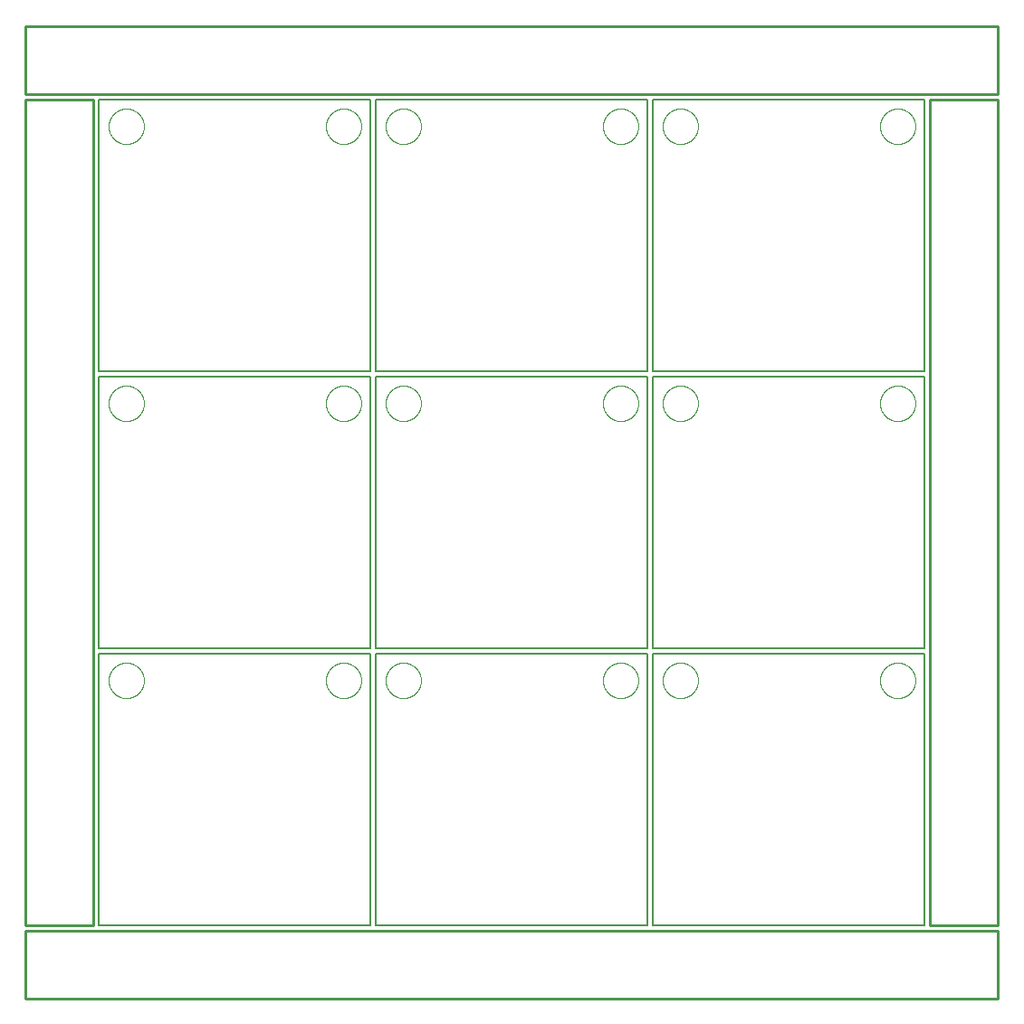
<source format=gko>
G75*
%MOIN*%
%OFA0B0*%
%FSLAX25Y25*%
%IPPOS*%
%LPD*%
%AMOC8*
5,1,8,0,0,1.08239X$1,22.5*
%
%ADD10C,0.00800*%
%ADD11C,0.01000*%
%ADD12C,0.00000*%
D10*
X0028500Y0028500D02*
X0128500Y0028500D01*
X0128500Y0128500D01*
X0028500Y0128500D01*
X0028500Y0028500D01*
X0028500Y0130500D02*
X0128500Y0130500D01*
X0128500Y0230500D01*
X0028500Y0230500D01*
X0028500Y0130500D01*
X0028500Y0232500D02*
X0128500Y0232500D01*
X0128500Y0332500D01*
X0028500Y0332500D01*
X0028500Y0232500D01*
X0130500Y0232500D02*
X0230500Y0232500D01*
X0230500Y0332500D01*
X0130500Y0332500D01*
X0130500Y0232500D01*
X0130500Y0230500D02*
X0230500Y0230500D01*
X0230500Y0130500D01*
X0130500Y0130500D01*
X0130500Y0230500D01*
X0130500Y0128500D02*
X0230500Y0128500D01*
X0230500Y0028500D01*
X0130500Y0028500D01*
X0130500Y0128500D01*
X0232500Y0128500D02*
X0232500Y0028500D01*
X0332500Y0028500D01*
X0332500Y0128500D01*
X0232500Y0128500D01*
X0232500Y0130500D02*
X0332500Y0130500D01*
X0332500Y0230500D01*
X0232500Y0230500D01*
X0232500Y0130500D01*
X0232500Y0232500D02*
X0332500Y0232500D01*
X0332500Y0332500D01*
X0232500Y0332500D01*
X0232500Y0232500D01*
D11*
X0001500Y0026500D02*
X0001500Y0001500D01*
X0359500Y0001500D01*
X0359500Y0026500D01*
X0001500Y0026500D01*
X0001500Y0028500D02*
X0001500Y0332500D01*
X0026500Y0332500D01*
X0026500Y0028500D01*
X0001500Y0028500D01*
X0001500Y0334500D02*
X0001500Y0359500D01*
X0359500Y0359500D01*
X0359500Y0334500D01*
X0001500Y0334500D01*
X0334500Y0332500D02*
X0334500Y0028500D01*
X0359500Y0028500D01*
X0359500Y0332500D01*
X0334500Y0332500D01*
D12*
X0316000Y0322500D02*
X0316002Y0322661D01*
X0316008Y0322821D01*
X0316018Y0322982D01*
X0316032Y0323142D01*
X0316050Y0323302D01*
X0316071Y0323461D01*
X0316097Y0323620D01*
X0316127Y0323778D01*
X0316160Y0323935D01*
X0316198Y0324092D01*
X0316239Y0324247D01*
X0316284Y0324401D01*
X0316333Y0324554D01*
X0316386Y0324706D01*
X0316442Y0324857D01*
X0316503Y0325006D01*
X0316566Y0325154D01*
X0316634Y0325300D01*
X0316705Y0325444D01*
X0316779Y0325586D01*
X0316857Y0325727D01*
X0316939Y0325865D01*
X0317024Y0326002D01*
X0317112Y0326136D01*
X0317204Y0326268D01*
X0317299Y0326398D01*
X0317397Y0326526D01*
X0317498Y0326651D01*
X0317602Y0326773D01*
X0317709Y0326893D01*
X0317819Y0327010D01*
X0317932Y0327125D01*
X0318048Y0327236D01*
X0318167Y0327345D01*
X0318288Y0327450D01*
X0318412Y0327553D01*
X0318538Y0327653D01*
X0318666Y0327749D01*
X0318797Y0327842D01*
X0318931Y0327932D01*
X0319066Y0328019D01*
X0319204Y0328102D01*
X0319343Y0328182D01*
X0319485Y0328258D01*
X0319628Y0328331D01*
X0319773Y0328400D01*
X0319920Y0328466D01*
X0320068Y0328528D01*
X0320218Y0328586D01*
X0320369Y0328641D01*
X0320522Y0328692D01*
X0320676Y0328739D01*
X0320831Y0328782D01*
X0320987Y0328821D01*
X0321143Y0328857D01*
X0321301Y0328888D01*
X0321459Y0328916D01*
X0321618Y0328940D01*
X0321778Y0328960D01*
X0321938Y0328976D01*
X0322098Y0328988D01*
X0322259Y0328996D01*
X0322420Y0329000D01*
X0322580Y0329000D01*
X0322741Y0328996D01*
X0322902Y0328988D01*
X0323062Y0328976D01*
X0323222Y0328960D01*
X0323382Y0328940D01*
X0323541Y0328916D01*
X0323699Y0328888D01*
X0323857Y0328857D01*
X0324013Y0328821D01*
X0324169Y0328782D01*
X0324324Y0328739D01*
X0324478Y0328692D01*
X0324631Y0328641D01*
X0324782Y0328586D01*
X0324932Y0328528D01*
X0325080Y0328466D01*
X0325227Y0328400D01*
X0325372Y0328331D01*
X0325515Y0328258D01*
X0325657Y0328182D01*
X0325796Y0328102D01*
X0325934Y0328019D01*
X0326069Y0327932D01*
X0326203Y0327842D01*
X0326334Y0327749D01*
X0326462Y0327653D01*
X0326588Y0327553D01*
X0326712Y0327450D01*
X0326833Y0327345D01*
X0326952Y0327236D01*
X0327068Y0327125D01*
X0327181Y0327010D01*
X0327291Y0326893D01*
X0327398Y0326773D01*
X0327502Y0326651D01*
X0327603Y0326526D01*
X0327701Y0326398D01*
X0327796Y0326268D01*
X0327888Y0326136D01*
X0327976Y0326002D01*
X0328061Y0325865D01*
X0328143Y0325727D01*
X0328221Y0325586D01*
X0328295Y0325444D01*
X0328366Y0325300D01*
X0328434Y0325154D01*
X0328497Y0325006D01*
X0328558Y0324857D01*
X0328614Y0324706D01*
X0328667Y0324554D01*
X0328716Y0324401D01*
X0328761Y0324247D01*
X0328802Y0324092D01*
X0328840Y0323935D01*
X0328873Y0323778D01*
X0328903Y0323620D01*
X0328929Y0323461D01*
X0328950Y0323302D01*
X0328968Y0323142D01*
X0328982Y0322982D01*
X0328992Y0322821D01*
X0328998Y0322661D01*
X0329000Y0322500D01*
X0328998Y0322339D01*
X0328992Y0322179D01*
X0328982Y0322018D01*
X0328968Y0321858D01*
X0328950Y0321698D01*
X0328929Y0321539D01*
X0328903Y0321380D01*
X0328873Y0321222D01*
X0328840Y0321065D01*
X0328802Y0320908D01*
X0328761Y0320753D01*
X0328716Y0320599D01*
X0328667Y0320446D01*
X0328614Y0320294D01*
X0328558Y0320143D01*
X0328497Y0319994D01*
X0328434Y0319846D01*
X0328366Y0319700D01*
X0328295Y0319556D01*
X0328221Y0319414D01*
X0328143Y0319273D01*
X0328061Y0319135D01*
X0327976Y0318998D01*
X0327888Y0318864D01*
X0327796Y0318732D01*
X0327701Y0318602D01*
X0327603Y0318474D01*
X0327502Y0318349D01*
X0327398Y0318227D01*
X0327291Y0318107D01*
X0327181Y0317990D01*
X0327068Y0317875D01*
X0326952Y0317764D01*
X0326833Y0317655D01*
X0326712Y0317550D01*
X0326588Y0317447D01*
X0326462Y0317347D01*
X0326334Y0317251D01*
X0326203Y0317158D01*
X0326069Y0317068D01*
X0325934Y0316981D01*
X0325796Y0316898D01*
X0325657Y0316818D01*
X0325515Y0316742D01*
X0325372Y0316669D01*
X0325227Y0316600D01*
X0325080Y0316534D01*
X0324932Y0316472D01*
X0324782Y0316414D01*
X0324631Y0316359D01*
X0324478Y0316308D01*
X0324324Y0316261D01*
X0324169Y0316218D01*
X0324013Y0316179D01*
X0323857Y0316143D01*
X0323699Y0316112D01*
X0323541Y0316084D01*
X0323382Y0316060D01*
X0323222Y0316040D01*
X0323062Y0316024D01*
X0322902Y0316012D01*
X0322741Y0316004D01*
X0322580Y0316000D01*
X0322420Y0316000D01*
X0322259Y0316004D01*
X0322098Y0316012D01*
X0321938Y0316024D01*
X0321778Y0316040D01*
X0321618Y0316060D01*
X0321459Y0316084D01*
X0321301Y0316112D01*
X0321143Y0316143D01*
X0320987Y0316179D01*
X0320831Y0316218D01*
X0320676Y0316261D01*
X0320522Y0316308D01*
X0320369Y0316359D01*
X0320218Y0316414D01*
X0320068Y0316472D01*
X0319920Y0316534D01*
X0319773Y0316600D01*
X0319628Y0316669D01*
X0319485Y0316742D01*
X0319343Y0316818D01*
X0319204Y0316898D01*
X0319066Y0316981D01*
X0318931Y0317068D01*
X0318797Y0317158D01*
X0318666Y0317251D01*
X0318538Y0317347D01*
X0318412Y0317447D01*
X0318288Y0317550D01*
X0318167Y0317655D01*
X0318048Y0317764D01*
X0317932Y0317875D01*
X0317819Y0317990D01*
X0317709Y0318107D01*
X0317602Y0318227D01*
X0317498Y0318349D01*
X0317397Y0318474D01*
X0317299Y0318602D01*
X0317204Y0318732D01*
X0317112Y0318864D01*
X0317024Y0318998D01*
X0316939Y0319135D01*
X0316857Y0319273D01*
X0316779Y0319414D01*
X0316705Y0319556D01*
X0316634Y0319700D01*
X0316566Y0319846D01*
X0316503Y0319994D01*
X0316442Y0320143D01*
X0316386Y0320294D01*
X0316333Y0320446D01*
X0316284Y0320599D01*
X0316239Y0320753D01*
X0316198Y0320908D01*
X0316160Y0321065D01*
X0316127Y0321222D01*
X0316097Y0321380D01*
X0316071Y0321539D01*
X0316050Y0321698D01*
X0316032Y0321858D01*
X0316018Y0322018D01*
X0316008Y0322179D01*
X0316002Y0322339D01*
X0316000Y0322500D01*
X0236000Y0322500D02*
X0236002Y0322661D01*
X0236008Y0322821D01*
X0236018Y0322982D01*
X0236032Y0323142D01*
X0236050Y0323302D01*
X0236071Y0323461D01*
X0236097Y0323620D01*
X0236127Y0323778D01*
X0236160Y0323935D01*
X0236198Y0324092D01*
X0236239Y0324247D01*
X0236284Y0324401D01*
X0236333Y0324554D01*
X0236386Y0324706D01*
X0236442Y0324857D01*
X0236503Y0325006D01*
X0236566Y0325154D01*
X0236634Y0325300D01*
X0236705Y0325444D01*
X0236779Y0325586D01*
X0236857Y0325727D01*
X0236939Y0325865D01*
X0237024Y0326002D01*
X0237112Y0326136D01*
X0237204Y0326268D01*
X0237299Y0326398D01*
X0237397Y0326526D01*
X0237498Y0326651D01*
X0237602Y0326773D01*
X0237709Y0326893D01*
X0237819Y0327010D01*
X0237932Y0327125D01*
X0238048Y0327236D01*
X0238167Y0327345D01*
X0238288Y0327450D01*
X0238412Y0327553D01*
X0238538Y0327653D01*
X0238666Y0327749D01*
X0238797Y0327842D01*
X0238931Y0327932D01*
X0239066Y0328019D01*
X0239204Y0328102D01*
X0239343Y0328182D01*
X0239485Y0328258D01*
X0239628Y0328331D01*
X0239773Y0328400D01*
X0239920Y0328466D01*
X0240068Y0328528D01*
X0240218Y0328586D01*
X0240369Y0328641D01*
X0240522Y0328692D01*
X0240676Y0328739D01*
X0240831Y0328782D01*
X0240987Y0328821D01*
X0241143Y0328857D01*
X0241301Y0328888D01*
X0241459Y0328916D01*
X0241618Y0328940D01*
X0241778Y0328960D01*
X0241938Y0328976D01*
X0242098Y0328988D01*
X0242259Y0328996D01*
X0242420Y0329000D01*
X0242580Y0329000D01*
X0242741Y0328996D01*
X0242902Y0328988D01*
X0243062Y0328976D01*
X0243222Y0328960D01*
X0243382Y0328940D01*
X0243541Y0328916D01*
X0243699Y0328888D01*
X0243857Y0328857D01*
X0244013Y0328821D01*
X0244169Y0328782D01*
X0244324Y0328739D01*
X0244478Y0328692D01*
X0244631Y0328641D01*
X0244782Y0328586D01*
X0244932Y0328528D01*
X0245080Y0328466D01*
X0245227Y0328400D01*
X0245372Y0328331D01*
X0245515Y0328258D01*
X0245657Y0328182D01*
X0245796Y0328102D01*
X0245934Y0328019D01*
X0246069Y0327932D01*
X0246203Y0327842D01*
X0246334Y0327749D01*
X0246462Y0327653D01*
X0246588Y0327553D01*
X0246712Y0327450D01*
X0246833Y0327345D01*
X0246952Y0327236D01*
X0247068Y0327125D01*
X0247181Y0327010D01*
X0247291Y0326893D01*
X0247398Y0326773D01*
X0247502Y0326651D01*
X0247603Y0326526D01*
X0247701Y0326398D01*
X0247796Y0326268D01*
X0247888Y0326136D01*
X0247976Y0326002D01*
X0248061Y0325865D01*
X0248143Y0325727D01*
X0248221Y0325586D01*
X0248295Y0325444D01*
X0248366Y0325300D01*
X0248434Y0325154D01*
X0248497Y0325006D01*
X0248558Y0324857D01*
X0248614Y0324706D01*
X0248667Y0324554D01*
X0248716Y0324401D01*
X0248761Y0324247D01*
X0248802Y0324092D01*
X0248840Y0323935D01*
X0248873Y0323778D01*
X0248903Y0323620D01*
X0248929Y0323461D01*
X0248950Y0323302D01*
X0248968Y0323142D01*
X0248982Y0322982D01*
X0248992Y0322821D01*
X0248998Y0322661D01*
X0249000Y0322500D01*
X0248998Y0322339D01*
X0248992Y0322179D01*
X0248982Y0322018D01*
X0248968Y0321858D01*
X0248950Y0321698D01*
X0248929Y0321539D01*
X0248903Y0321380D01*
X0248873Y0321222D01*
X0248840Y0321065D01*
X0248802Y0320908D01*
X0248761Y0320753D01*
X0248716Y0320599D01*
X0248667Y0320446D01*
X0248614Y0320294D01*
X0248558Y0320143D01*
X0248497Y0319994D01*
X0248434Y0319846D01*
X0248366Y0319700D01*
X0248295Y0319556D01*
X0248221Y0319414D01*
X0248143Y0319273D01*
X0248061Y0319135D01*
X0247976Y0318998D01*
X0247888Y0318864D01*
X0247796Y0318732D01*
X0247701Y0318602D01*
X0247603Y0318474D01*
X0247502Y0318349D01*
X0247398Y0318227D01*
X0247291Y0318107D01*
X0247181Y0317990D01*
X0247068Y0317875D01*
X0246952Y0317764D01*
X0246833Y0317655D01*
X0246712Y0317550D01*
X0246588Y0317447D01*
X0246462Y0317347D01*
X0246334Y0317251D01*
X0246203Y0317158D01*
X0246069Y0317068D01*
X0245934Y0316981D01*
X0245796Y0316898D01*
X0245657Y0316818D01*
X0245515Y0316742D01*
X0245372Y0316669D01*
X0245227Y0316600D01*
X0245080Y0316534D01*
X0244932Y0316472D01*
X0244782Y0316414D01*
X0244631Y0316359D01*
X0244478Y0316308D01*
X0244324Y0316261D01*
X0244169Y0316218D01*
X0244013Y0316179D01*
X0243857Y0316143D01*
X0243699Y0316112D01*
X0243541Y0316084D01*
X0243382Y0316060D01*
X0243222Y0316040D01*
X0243062Y0316024D01*
X0242902Y0316012D01*
X0242741Y0316004D01*
X0242580Y0316000D01*
X0242420Y0316000D01*
X0242259Y0316004D01*
X0242098Y0316012D01*
X0241938Y0316024D01*
X0241778Y0316040D01*
X0241618Y0316060D01*
X0241459Y0316084D01*
X0241301Y0316112D01*
X0241143Y0316143D01*
X0240987Y0316179D01*
X0240831Y0316218D01*
X0240676Y0316261D01*
X0240522Y0316308D01*
X0240369Y0316359D01*
X0240218Y0316414D01*
X0240068Y0316472D01*
X0239920Y0316534D01*
X0239773Y0316600D01*
X0239628Y0316669D01*
X0239485Y0316742D01*
X0239343Y0316818D01*
X0239204Y0316898D01*
X0239066Y0316981D01*
X0238931Y0317068D01*
X0238797Y0317158D01*
X0238666Y0317251D01*
X0238538Y0317347D01*
X0238412Y0317447D01*
X0238288Y0317550D01*
X0238167Y0317655D01*
X0238048Y0317764D01*
X0237932Y0317875D01*
X0237819Y0317990D01*
X0237709Y0318107D01*
X0237602Y0318227D01*
X0237498Y0318349D01*
X0237397Y0318474D01*
X0237299Y0318602D01*
X0237204Y0318732D01*
X0237112Y0318864D01*
X0237024Y0318998D01*
X0236939Y0319135D01*
X0236857Y0319273D01*
X0236779Y0319414D01*
X0236705Y0319556D01*
X0236634Y0319700D01*
X0236566Y0319846D01*
X0236503Y0319994D01*
X0236442Y0320143D01*
X0236386Y0320294D01*
X0236333Y0320446D01*
X0236284Y0320599D01*
X0236239Y0320753D01*
X0236198Y0320908D01*
X0236160Y0321065D01*
X0236127Y0321222D01*
X0236097Y0321380D01*
X0236071Y0321539D01*
X0236050Y0321698D01*
X0236032Y0321858D01*
X0236018Y0322018D01*
X0236008Y0322179D01*
X0236002Y0322339D01*
X0236000Y0322500D01*
X0214000Y0322500D02*
X0214002Y0322661D01*
X0214008Y0322821D01*
X0214018Y0322982D01*
X0214032Y0323142D01*
X0214050Y0323302D01*
X0214071Y0323461D01*
X0214097Y0323620D01*
X0214127Y0323778D01*
X0214160Y0323935D01*
X0214198Y0324092D01*
X0214239Y0324247D01*
X0214284Y0324401D01*
X0214333Y0324554D01*
X0214386Y0324706D01*
X0214442Y0324857D01*
X0214503Y0325006D01*
X0214566Y0325154D01*
X0214634Y0325300D01*
X0214705Y0325444D01*
X0214779Y0325586D01*
X0214857Y0325727D01*
X0214939Y0325865D01*
X0215024Y0326002D01*
X0215112Y0326136D01*
X0215204Y0326268D01*
X0215299Y0326398D01*
X0215397Y0326526D01*
X0215498Y0326651D01*
X0215602Y0326773D01*
X0215709Y0326893D01*
X0215819Y0327010D01*
X0215932Y0327125D01*
X0216048Y0327236D01*
X0216167Y0327345D01*
X0216288Y0327450D01*
X0216412Y0327553D01*
X0216538Y0327653D01*
X0216666Y0327749D01*
X0216797Y0327842D01*
X0216931Y0327932D01*
X0217066Y0328019D01*
X0217204Y0328102D01*
X0217343Y0328182D01*
X0217485Y0328258D01*
X0217628Y0328331D01*
X0217773Y0328400D01*
X0217920Y0328466D01*
X0218068Y0328528D01*
X0218218Y0328586D01*
X0218369Y0328641D01*
X0218522Y0328692D01*
X0218676Y0328739D01*
X0218831Y0328782D01*
X0218987Y0328821D01*
X0219143Y0328857D01*
X0219301Y0328888D01*
X0219459Y0328916D01*
X0219618Y0328940D01*
X0219778Y0328960D01*
X0219938Y0328976D01*
X0220098Y0328988D01*
X0220259Y0328996D01*
X0220420Y0329000D01*
X0220580Y0329000D01*
X0220741Y0328996D01*
X0220902Y0328988D01*
X0221062Y0328976D01*
X0221222Y0328960D01*
X0221382Y0328940D01*
X0221541Y0328916D01*
X0221699Y0328888D01*
X0221857Y0328857D01*
X0222013Y0328821D01*
X0222169Y0328782D01*
X0222324Y0328739D01*
X0222478Y0328692D01*
X0222631Y0328641D01*
X0222782Y0328586D01*
X0222932Y0328528D01*
X0223080Y0328466D01*
X0223227Y0328400D01*
X0223372Y0328331D01*
X0223515Y0328258D01*
X0223657Y0328182D01*
X0223796Y0328102D01*
X0223934Y0328019D01*
X0224069Y0327932D01*
X0224203Y0327842D01*
X0224334Y0327749D01*
X0224462Y0327653D01*
X0224588Y0327553D01*
X0224712Y0327450D01*
X0224833Y0327345D01*
X0224952Y0327236D01*
X0225068Y0327125D01*
X0225181Y0327010D01*
X0225291Y0326893D01*
X0225398Y0326773D01*
X0225502Y0326651D01*
X0225603Y0326526D01*
X0225701Y0326398D01*
X0225796Y0326268D01*
X0225888Y0326136D01*
X0225976Y0326002D01*
X0226061Y0325865D01*
X0226143Y0325727D01*
X0226221Y0325586D01*
X0226295Y0325444D01*
X0226366Y0325300D01*
X0226434Y0325154D01*
X0226497Y0325006D01*
X0226558Y0324857D01*
X0226614Y0324706D01*
X0226667Y0324554D01*
X0226716Y0324401D01*
X0226761Y0324247D01*
X0226802Y0324092D01*
X0226840Y0323935D01*
X0226873Y0323778D01*
X0226903Y0323620D01*
X0226929Y0323461D01*
X0226950Y0323302D01*
X0226968Y0323142D01*
X0226982Y0322982D01*
X0226992Y0322821D01*
X0226998Y0322661D01*
X0227000Y0322500D01*
X0226998Y0322339D01*
X0226992Y0322179D01*
X0226982Y0322018D01*
X0226968Y0321858D01*
X0226950Y0321698D01*
X0226929Y0321539D01*
X0226903Y0321380D01*
X0226873Y0321222D01*
X0226840Y0321065D01*
X0226802Y0320908D01*
X0226761Y0320753D01*
X0226716Y0320599D01*
X0226667Y0320446D01*
X0226614Y0320294D01*
X0226558Y0320143D01*
X0226497Y0319994D01*
X0226434Y0319846D01*
X0226366Y0319700D01*
X0226295Y0319556D01*
X0226221Y0319414D01*
X0226143Y0319273D01*
X0226061Y0319135D01*
X0225976Y0318998D01*
X0225888Y0318864D01*
X0225796Y0318732D01*
X0225701Y0318602D01*
X0225603Y0318474D01*
X0225502Y0318349D01*
X0225398Y0318227D01*
X0225291Y0318107D01*
X0225181Y0317990D01*
X0225068Y0317875D01*
X0224952Y0317764D01*
X0224833Y0317655D01*
X0224712Y0317550D01*
X0224588Y0317447D01*
X0224462Y0317347D01*
X0224334Y0317251D01*
X0224203Y0317158D01*
X0224069Y0317068D01*
X0223934Y0316981D01*
X0223796Y0316898D01*
X0223657Y0316818D01*
X0223515Y0316742D01*
X0223372Y0316669D01*
X0223227Y0316600D01*
X0223080Y0316534D01*
X0222932Y0316472D01*
X0222782Y0316414D01*
X0222631Y0316359D01*
X0222478Y0316308D01*
X0222324Y0316261D01*
X0222169Y0316218D01*
X0222013Y0316179D01*
X0221857Y0316143D01*
X0221699Y0316112D01*
X0221541Y0316084D01*
X0221382Y0316060D01*
X0221222Y0316040D01*
X0221062Y0316024D01*
X0220902Y0316012D01*
X0220741Y0316004D01*
X0220580Y0316000D01*
X0220420Y0316000D01*
X0220259Y0316004D01*
X0220098Y0316012D01*
X0219938Y0316024D01*
X0219778Y0316040D01*
X0219618Y0316060D01*
X0219459Y0316084D01*
X0219301Y0316112D01*
X0219143Y0316143D01*
X0218987Y0316179D01*
X0218831Y0316218D01*
X0218676Y0316261D01*
X0218522Y0316308D01*
X0218369Y0316359D01*
X0218218Y0316414D01*
X0218068Y0316472D01*
X0217920Y0316534D01*
X0217773Y0316600D01*
X0217628Y0316669D01*
X0217485Y0316742D01*
X0217343Y0316818D01*
X0217204Y0316898D01*
X0217066Y0316981D01*
X0216931Y0317068D01*
X0216797Y0317158D01*
X0216666Y0317251D01*
X0216538Y0317347D01*
X0216412Y0317447D01*
X0216288Y0317550D01*
X0216167Y0317655D01*
X0216048Y0317764D01*
X0215932Y0317875D01*
X0215819Y0317990D01*
X0215709Y0318107D01*
X0215602Y0318227D01*
X0215498Y0318349D01*
X0215397Y0318474D01*
X0215299Y0318602D01*
X0215204Y0318732D01*
X0215112Y0318864D01*
X0215024Y0318998D01*
X0214939Y0319135D01*
X0214857Y0319273D01*
X0214779Y0319414D01*
X0214705Y0319556D01*
X0214634Y0319700D01*
X0214566Y0319846D01*
X0214503Y0319994D01*
X0214442Y0320143D01*
X0214386Y0320294D01*
X0214333Y0320446D01*
X0214284Y0320599D01*
X0214239Y0320753D01*
X0214198Y0320908D01*
X0214160Y0321065D01*
X0214127Y0321222D01*
X0214097Y0321380D01*
X0214071Y0321539D01*
X0214050Y0321698D01*
X0214032Y0321858D01*
X0214018Y0322018D01*
X0214008Y0322179D01*
X0214002Y0322339D01*
X0214000Y0322500D01*
X0134000Y0322500D02*
X0134002Y0322661D01*
X0134008Y0322821D01*
X0134018Y0322982D01*
X0134032Y0323142D01*
X0134050Y0323302D01*
X0134071Y0323461D01*
X0134097Y0323620D01*
X0134127Y0323778D01*
X0134160Y0323935D01*
X0134198Y0324092D01*
X0134239Y0324247D01*
X0134284Y0324401D01*
X0134333Y0324554D01*
X0134386Y0324706D01*
X0134442Y0324857D01*
X0134503Y0325006D01*
X0134566Y0325154D01*
X0134634Y0325300D01*
X0134705Y0325444D01*
X0134779Y0325586D01*
X0134857Y0325727D01*
X0134939Y0325865D01*
X0135024Y0326002D01*
X0135112Y0326136D01*
X0135204Y0326268D01*
X0135299Y0326398D01*
X0135397Y0326526D01*
X0135498Y0326651D01*
X0135602Y0326773D01*
X0135709Y0326893D01*
X0135819Y0327010D01*
X0135932Y0327125D01*
X0136048Y0327236D01*
X0136167Y0327345D01*
X0136288Y0327450D01*
X0136412Y0327553D01*
X0136538Y0327653D01*
X0136666Y0327749D01*
X0136797Y0327842D01*
X0136931Y0327932D01*
X0137066Y0328019D01*
X0137204Y0328102D01*
X0137343Y0328182D01*
X0137485Y0328258D01*
X0137628Y0328331D01*
X0137773Y0328400D01*
X0137920Y0328466D01*
X0138068Y0328528D01*
X0138218Y0328586D01*
X0138369Y0328641D01*
X0138522Y0328692D01*
X0138676Y0328739D01*
X0138831Y0328782D01*
X0138987Y0328821D01*
X0139143Y0328857D01*
X0139301Y0328888D01*
X0139459Y0328916D01*
X0139618Y0328940D01*
X0139778Y0328960D01*
X0139938Y0328976D01*
X0140098Y0328988D01*
X0140259Y0328996D01*
X0140420Y0329000D01*
X0140580Y0329000D01*
X0140741Y0328996D01*
X0140902Y0328988D01*
X0141062Y0328976D01*
X0141222Y0328960D01*
X0141382Y0328940D01*
X0141541Y0328916D01*
X0141699Y0328888D01*
X0141857Y0328857D01*
X0142013Y0328821D01*
X0142169Y0328782D01*
X0142324Y0328739D01*
X0142478Y0328692D01*
X0142631Y0328641D01*
X0142782Y0328586D01*
X0142932Y0328528D01*
X0143080Y0328466D01*
X0143227Y0328400D01*
X0143372Y0328331D01*
X0143515Y0328258D01*
X0143657Y0328182D01*
X0143796Y0328102D01*
X0143934Y0328019D01*
X0144069Y0327932D01*
X0144203Y0327842D01*
X0144334Y0327749D01*
X0144462Y0327653D01*
X0144588Y0327553D01*
X0144712Y0327450D01*
X0144833Y0327345D01*
X0144952Y0327236D01*
X0145068Y0327125D01*
X0145181Y0327010D01*
X0145291Y0326893D01*
X0145398Y0326773D01*
X0145502Y0326651D01*
X0145603Y0326526D01*
X0145701Y0326398D01*
X0145796Y0326268D01*
X0145888Y0326136D01*
X0145976Y0326002D01*
X0146061Y0325865D01*
X0146143Y0325727D01*
X0146221Y0325586D01*
X0146295Y0325444D01*
X0146366Y0325300D01*
X0146434Y0325154D01*
X0146497Y0325006D01*
X0146558Y0324857D01*
X0146614Y0324706D01*
X0146667Y0324554D01*
X0146716Y0324401D01*
X0146761Y0324247D01*
X0146802Y0324092D01*
X0146840Y0323935D01*
X0146873Y0323778D01*
X0146903Y0323620D01*
X0146929Y0323461D01*
X0146950Y0323302D01*
X0146968Y0323142D01*
X0146982Y0322982D01*
X0146992Y0322821D01*
X0146998Y0322661D01*
X0147000Y0322500D01*
X0146998Y0322339D01*
X0146992Y0322179D01*
X0146982Y0322018D01*
X0146968Y0321858D01*
X0146950Y0321698D01*
X0146929Y0321539D01*
X0146903Y0321380D01*
X0146873Y0321222D01*
X0146840Y0321065D01*
X0146802Y0320908D01*
X0146761Y0320753D01*
X0146716Y0320599D01*
X0146667Y0320446D01*
X0146614Y0320294D01*
X0146558Y0320143D01*
X0146497Y0319994D01*
X0146434Y0319846D01*
X0146366Y0319700D01*
X0146295Y0319556D01*
X0146221Y0319414D01*
X0146143Y0319273D01*
X0146061Y0319135D01*
X0145976Y0318998D01*
X0145888Y0318864D01*
X0145796Y0318732D01*
X0145701Y0318602D01*
X0145603Y0318474D01*
X0145502Y0318349D01*
X0145398Y0318227D01*
X0145291Y0318107D01*
X0145181Y0317990D01*
X0145068Y0317875D01*
X0144952Y0317764D01*
X0144833Y0317655D01*
X0144712Y0317550D01*
X0144588Y0317447D01*
X0144462Y0317347D01*
X0144334Y0317251D01*
X0144203Y0317158D01*
X0144069Y0317068D01*
X0143934Y0316981D01*
X0143796Y0316898D01*
X0143657Y0316818D01*
X0143515Y0316742D01*
X0143372Y0316669D01*
X0143227Y0316600D01*
X0143080Y0316534D01*
X0142932Y0316472D01*
X0142782Y0316414D01*
X0142631Y0316359D01*
X0142478Y0316308D01*
X0142324Y0316261D01*
X0142169Y0316218D01*
X0142013Y0316179D01*
X0141857Y0316143D01*
X0141699Y0316112D01*
X0141541Y0316084D01*
X0141382Y0316060D01*
X0141222Y0316040D01*
X0141062Y0316024D01*
X0140902Y0316012D01*
X0140741Y0316004D01*
X0140580Y0316000D01*
X0140420Y0316000D01*
X0140259Y0316004D01*
X0140098Y0316012D01*
X0139938Y0316024D01*
X0139778Y0316040D01*
X0139618Y0316060D01*
X0139459Y0316084D01*
X0139301Y0316112D01*
X0139143Y0316143D01*
X0138987Y0316179D01*
X0138831Y0316218D01*
X0138676Y0316261D01*
X0138522Y0316308D01*
X0138369Y0316359D01*
X0138218Y0316414D01*
X0138068Y0316472D01*
X0137920Y0316534D01*
X0137773Y0316600D01*
X0137628Y0316669D01*
X0137485Y0316742D01*
X0137343Y0316818D01*
X0137204Y0316898D01*
X0137066Y0316981D01*
X0136931Y0317068D01*
X0136797Y0317158D01*
X0136666Y0317251D01*
X0136538Y0317347D01*
X0136412Y0317447D01*
X0136288Y0317550D01*
X0136167Y0317655D01*
X0136048Y0317764D01*
X0135932Y0317875D01*
X0135819Y0317990D01*
X0135709Y0318107D01*
X0135602Y0318227D01*
X0135498Y0318349D01*
X0135397Y0318474D01*
X0135299Y0318602D01*
X0135204Y0318732D01*
X0135112Y0318864D01*
X0135024Y0318998D01*
X0134939Y0319135D01*
X0134857Y0319273D01*
X0134779Y0319414D01*
X0134705Y0319556D01*
X0134634Y0319700D01*
X0134566Y0319846D01*
X0134503Y0319994D01*
X0134442Y0320143D01*
X0134386Y0320294D01*
X0134333Y0320446D01*
X0134284Y0320599D01*
X0134239Y0320753D01*
X0134198Y0320908D01*
X0134160Y0321065D01*
X0134127Y0321222D01*
X0134097Y0321380D01*
X0134071Y0321539D01*
X0134050Y0321698D01*
X0134032Y0321858D01*
X0134018Y0322018D01*
X0134008Y0322179D01*
X0134002Y0322339D01*
X0134000Y0322500D01*
X0112000Y0322500D02*
X0112002Y0322661D01*
X0112008Y0322821D01*
X0112018Y0322982D01*
X0112032Y0323142D01*
X0112050Y0323302D01*
X0112071Y0323461D01*
X0112097Y0323620D01*
X0112127Y0323778D01*
X0112160Y0323935D01*
X0112198Y0324092D01*
X0112239Y0324247D01*
X0112284Y0324401D01*
X0112333Y0324554D01*
X0112386Y0324706D01*
X0112442Y0324857D01*
X0112503Y0325006D01*
X0112566Y0325154D01*
X0112634Y0325300D01*
X0112705Y0325444D01*
X0112779Y0325586D01*
X0112857Y0325727D01*
X0112939Y0325865D01*
X0113024Y0326002D01*
X0113112Y0326136D01*
X0113204Y0326268D01*
X0113299Y0326398D01*
X0113397Y0326526D01*
X0113498Y0326651D01*
X0113602Y0326773D01*
X0113709Y0326893D01*
X0113819Y0327010D01*
X0113932Y0327125D01*
X0114048Y0327236D01*
X0114167Y0327345D01*
X0114288Y0327450D01*
X0114412Y0327553D01*
X0114538Y0327653D01*
X0114666Y0327749D01*
X0114797Y0327842D01*
X0114931Y0327932D01*
X0115066Y0328019D01*
X0115204Y0328102D01*
X0115343Y0328182D01*
X0115485Y0328258D01*
X0115628Y0328331D01*
X0115773Y0328400D01*
X0115920Y0328466D01*
X0116068Y0328528D01*
X0116218Y0328586D01*
X0116369Y0328641D01*
X0116522Y0328692D01*
X0116676Y0328739D01*
X0116831Y0328782D01*
X0116987Y0328821D01*
X0117143Y0328857D01*
X0117301Y0328888D01*
X0117459Y0328916D01*
X0117618Y0328940D01*
X0117778Y0328960D01*
X0117938Y0328976D01*
X0118098Y0328988D01*
X0118259Y0328996D01*
X0118420Y0329000D01*
X0118580Y0329000D01*
X0118741Y0328996D01*
X0118902Y0328988D01*
X0119062Y0328976D01*
X0119222Y0328960D01*
X0119382Y0328940D01*
X0119541Y0328916D01*
X0119699Y0328888D01*
X0119857Y0328857D01*
X0120013Y0328821D01*
X0120169Y0328782D01*
X0120324Y0328739D01*
X0120478Y0328692D01*
X0120631Y0328641D01*
X0120782Y0328586D01*
X0120932Y0328528D01*
X0121080Y0328466D01*
X0121227Y0328400D01*
X0121372Y0328331D01*
X0121515Y0328258D01*
X0121657Y0328182D01*
X0121796Y0328102D01*
X0121934Y0328019D01*
X0122069Y0327932D01*
X0122203Y0327842D01*
X0122334Y0327749D01*
X0122462Y0327653D01*
X0122588Y0327553D01*
X0122712Y0327450D01*
X0122833Y0327345D01*
X0122952Y0327236D01*
X0123068Y0327125D01*
X0123181Y0327010D01*
X0123291Y0326893D01*
X0123398Y0326773D01*
X0123502Y0326651D01*
X0123603Y0326526D01*
X0123701Y0326398D01*
X0123796Y0326268D01*
X0123888Y0326136D01*
X0123976Y0326002D01*
X0124061Y0325865D01*
X0124143Y0325727D01*
X0124221Y0325586D01*
X0124295Y0325444D01*
X0124366Y0325300D01*
X0124434Y0325154D01*
X0124497Y0325006D01*
X0124558Y0324857D01*
X0124614Y0324706D01*
X0124667Y0324554D01*
X0124716Y0324401D01*
X0124761Y0324247D01*
X0124802Y0324092D01*
X0124840Y0323935D01*
X0124873Y0323778D01*
X0124903Y0323620D01*
X0124929Y0323461D01*
X0124950Y0323302D01*
X0124968Y0323142D01*
X0124982Y0322982D01*
X0124992Y0322821D01*
X0124998Y0322661D01*
X0125000Y0322500D01*
X0124998Y0322339D01*
X0124992Y0322179D01*
X0124982Y0322018D01*
X0124968Y0321858D01*
X0124950Y0321698D01*
X0124929Y0321539D01*
X0124903Y0321380D01*
X0124873Y0321222D01*
X0124840Y0321065D01*
X0124802Y0320908D01*
X0124761Y0320753D01*
X0124716Y0320599D01*
X0124667Y0320446D01*
X0124614Y0320294D01*
X0124558Y0320143D01*
X0124497Y0319994D01*
X0124434Y0319846D01*
X0124366Y0319700D01*
X0124295Y0319556D01*
X0124221Y0319414D01*
X0124143Y0319273D01*
X0124061Y0319135D01*
X0123976Y0318998D01*
X0123888Y0318864D01*
X0123796Y0318732D01*
X0123701Y0318602D01*
X0123603Y0318474D01*
X0123502Y0318349D01*
X0123398Y0318227D01*
X0123291Y0318107D01*
X0123181Y0317990D01*
X0123068Y0317875D01*
X0122952Y0317764D01*
X0122833Y0317655D01*
X0122712Y0317550D01*
X0122588Y0317447D01*
X0122462Y0317347D01*
X0122334Y0317251D01*
X0122203Y0317158D01*
X0122069Y0317068D01*
X0121934Y0316981D01*
X0121796Y0316898D01*
X0121657Y0316818D01*
X0121515Y0316742D01*
X0121372Y0316669D01*
X0121227Y0316600D01*
X0121080Y0316534D01*
X0120932Y0316472D01*
X0120782Y0316414D01*
X0120631Y0316359D01*
X0120478Y0316308D01*
X0120324Y0316261D01*
X0120169Y0316218D01*
X0120013Y0316179D01*
X0119857Y0316143D01*
X0119699Y0316112D01*
X0119541Y0316084D01*
X0119382Y0316060D01*
X0119222Y0316040D01*
X0119062Y0316024D01*
X0118902Y0316012D01*
X0118741Y0316004D01*
X0118580Y0316000D01*
X0118420Y0316000D01*
X0118259Y0316004D01*
X0118098Y0316012D01*
X0117938Y0316024D01*
X0117778Y0316040D01*
X0117618Y0316060D01*
X0117459Y0316084D01*
X0117301Y0316112D01*
X0117143Y0316143D01*
X0116987Y0316179D01*
X0116831Y0316218D01*
X0116676Y0316261D01*
X0116522Y0316308D01*
X0116369Y0316359D01*
X0116218Y0316414D01*
X0116068Y0316472D01*
X0115920Y0316534D01*
X0115773Y0316600D01*
X0115628Y0316669D01*
X0115485Y0316742D01*
X0115343Y0316818D01*
X0115204Y0316898D01*
X0115066Y0316981D01*
X0114931Y0317068D01*
X0114797Y0317158D01*
X0114666Y0317251D01*
X0114538Y0317347D01*
X0114412Y0317447D01*
X0114288Y0317550D01*
X0114167Y0317655D01*
X0114048Y0317764D01*
X0113932Y0317875D01*
X0113819Y0317990D01*
X0113709Y0318107D01*
X0113602Y0318227D01*
X0113498Y0318349D01*
X0113397Y0318474D01*
X0113299Y0318602D01*
X0113204Y0318732D01*
X0113112Y0318864D01*
X0113024Y0318998D01*
X0112939Y0319135D01*
X0112857Y0319273D01*
X0112779Y0319414D01*
X0112705Y0319556D01*
X0112634Y0319700D01*
X0112566Y0319846D01*
X0112503Y0319994D01*
X0112442Y0320143D01*
X0112386Y0320294D01*
X0112333Y0320446D01*
X0112284Y0320599D01*
X0112239Y0320753D01*
X0112198Y0320908D01*
X0112160Y0321065D01*
X0112127Y0321222D01*
X0112097Y0321380D01*
X0112071Y0321539D01*
X0112050Y0321698D01*
X0112032Y0321858D01*
X0112018Y0322018D01*
X0112008Y0322179D01*
X0112002Y0322339D01*
X0112000Y0322500D01*
X0032000Y0322500D02*
X0032002Y0322661D01*
X0032008Y0322821D01*
X0032018Y0322982D01*
X0032032Y0323142D01*
X0032050Y0323302D01*
X0032071Y0323461D01*
X0032097Y0323620D01*
X0032127Y0323778D01*
X0032160Y0323935D01*
X0032198Y0324092D01*
X0032239Y0324247D01*
X0032284Y0324401D01*
X0032333Y0324554D01*
X0032386Y0324706D01*
X0032442Y0324857D01*
X0032503Y0325006D01*
X0032566Y0325154D01*
X0032634Y0325300D01*
X0032705Y0325444D01*
X0032779Y0325586D01*
X0032857Y0325727D01*
X0032939Y0325865D01*
X0033024Y0326002D01*
X0033112Y0326136D01*
X0033204Y0326268D01*
X0033299Y0326398D01*
X0033397Y0326526D01*
X0033498Y0326651D01*
X0033602Y0326773D01*
X0033709Y0326893D01*
X0033819Y0327010D01*
X0033932Y0327125D01*
X0034048Y0327236D01*
X0034167Y0327345D01*
X0034288Y0327450D01*
X0034412Y0327553D01*
X0034538Y0327653D01*
X0034666Y0327749D01*
X0034797Y0327842D01*
X0034931Y0327932D01*
X0035066Y0328019D01*
X0035204Y0328102D01*
X0035343Y0328182D01*
X0035485Y0328258D01*
X0035628Y0328331D01*
X0035773Y0328400D01*
X0035920Y0328466D01*
X0036068Y0328528D01*
X0036218Y0328586D01*
X0036369Y0328641D01*
X0036522Y0328692D01*
X0036676Y0328739D01*
X0036831Y0328782D01*
X0036987Y0328821D01*
X0037143Y0328857D01*
X0037301Y0328888D01*
X0037459Y0328916D01*
X0037618Y0328940D01*
X0037778Y0328960D01*
X0037938Y0328976D01*
X0038098Y0328988D01*
X0038259Y0328996D01*
X0038420Y0329000D01*
X0038580Y0329000D01*
X0038741Y0328996D01*
X0038902Y0328988D01*
X0039062Y0328976D01*
X0039222Y0328960D01*
X0039382Y0328940D01*
X0039541Y0328916D01*
X0039699Y0328888D01*
X0039857Y0328857D01*
X0040013Y0328821D01*
X0040169Y0328782D01*
X0040324Y0328739D01*
X0040478Y0328692D01*
X0040631Y0328641D01*
X0040782Y0328586D01*
X0040932Y0328528D01*
X0041080Y0328466D01*
X0041227Y0328400D01*
X0041372Y0328331D01*
X0041515Y0328258D01*
X0041657Y0328182D01*
X0041796Y0328102D01*
X0041934Y0328019D01*
X0042069Y0327932D01*
X0042203Y0327842D01*
X0042334Y0327749D01*
X0042462Y0327653D01*
X0042588Y0327553D01*
X0042712Y0327450D01*
X0042833Y0327345D01*
X0042952Y0327236D01*
X0043068Y0327125D01*
X0043181Y0327010D01*
X0043291Y0326893D01*
X0043398Y0326773D01*
X0043502Y0326651D01*
X0043603Y0326526D01*
X0043701Y0326398D01*
X0043796Y0326268D01*
X0043888Y0326136D01*
X0043976Y0326002D01*
X0044061Y0325865D01*
X0044143Y0325727D01*
X0044221Y0325586D01*
X0044295Y0325444D01*
X0044366Y0325300D01*
X0044434Y0325154D01*
X0044497Y0325006D01*
X0044558Y0324857D01*
X0044614Y0324706D01*
X0044667Y0324554D01*
X0044716Y0324401D01*
X0044761Y0324247D01*
X0044802Y0324092D01*
X0044840Y0323935D01*
X0044873Y0323778D01*
X0044903Y0323620D01*
X0044929Y0323461D01*
X0044950Y0323302D01*
X0044968Y0323142D01*
X0044982Y0322982D01*
X0044992Y0322821D01*
X0044998Y0322661D01*
X0045000Y0322500D01*
X0044998Y0322339D01*
X0044992Y0322179D01*
X0044982Y0322018D01*
X0044968Y0321858D01*
X0044950Y0321698D01*
X0044929Y0321539D01*
X0044903Y0321380D01*
X0044873Y0321222D01*
X0044840Y0321065D01*
X0044802Y0320908D01*
X0044761Y0320753D01*
X0044716Y0320599D01*
X0044667Y0320446D01*
X0044614Y0320294D01*
X0044558Y0320143D01*
X0044497Y0319994D01*
X0044434Y0319846D01*
X0044366Y0319700D01*
X0044295Y0319556D01*
X0044221Y0319414D01*
X0044143Y0319273D01*
X0044061Y0319135D01*
X0043976Y0318998D01*
X0043888Y0318864D01*
X0043796Y0318732D01*
X0043701Y0318602D01*
X0043603Y0318474D01*
X0043502Y0318349D01*
X0043398Y0318227D01*
X0043291Y0318107D01*
X0043181Y0317990D01*
X0043068Y0317875D01*
X0042952Y0317764D01*
X0042833Y0317655D01*
X0042712Y0317550D01*
X0042588Y0317447D01*
X0042462Y0317347D01*
X0042334Y0317251D01*
X0042203Y0317158D01*
X0042069Y0317068D01*
X0041934Y0316981D01*
X0041796Y0316898D01*
X0041657Y0316818D01*
X0041515Y0316742D01*
X0041372Y0316669D01*
X0041227Y0316600D01*
X0041080Y0316534D01*
X0040932Y0316472D01*
X0040782Y0316414D01*
X0040631Y0316359D01*
X0040478Y0316308D01*
X0040324Y0316261D01*
X0040169Y0316218D01*
X0040013Y0316179D01*
X0039857Y0316143D01*
X0039699Y0316112D01*
X0039541Y0316084D01*
X0039382Y0316060D01*
X0039222Y0316040D01*
X0039062Y0316024D01*
X0038902Y0316012D01*
X0038741Y0316004D01*
X0038580Y0316000D01*
X0038420Y0316000D01*
X0038259Y0316004D01*
X0038098Y0316012D01*
X0037938Y0316024D01*
X0037778Y0316040D01*
X0037618Y0316060D01*
X0037459Y0316084D01*
X0037301Y0316112D01*
X0037143Y0316143D01*
X0036987Y0316179D01*
X0036831Y0316218D01*
X0036676Y0316261D01*
X0036522Y0316308D01*
X0036369Y0316359D01*
X0036218Y0316414D01*
X0036068Y0316472D01*
X0035920Y0316534D01*
X0035773Y0316600D01*
X0035628Y0316669D01*
X0035485Y0316742D01*
X0035343Y0316818D01*
X0035204Y0316898D01*
X0035066Y0316981D01*
X0034931Y0317068D01*
X0034797Y0317158D01*
X0034666Y0317251D01*
X0034538Y0317347D01*
X0034412Y0317447D01*
X0034288Y0317550D01*
X0034167Y0317655D01*
X0034048Y0317764D01*
X0033932Y0317875D01*
X0033819Y0317990D01*
X0033709Y0318107D01*
X0033602Y0318227D01*
X0033498Y0318349D01*
X0033397Y0318474D01*
X0033299Y0318602D01*
X0033204Y0318732D01*
X0033112Y0318864D01*
X0033024Y0318998D01*
X0032939Y0319135D01*
X0032857Y0319273D01*
X0032779Y0319414D01*
X0032705Y0319556D01*
X0032634Y0319700D01*
X0032566Y0319846D01*
X0032503Y0319994D01*
X0032442Y0320143D01*
X0032386Y0320294D01*
X0032333Y0320446D01*
X0032284Y0320599D01*
X0032239Y0320753D01*
X0032198Y0320908D01*
X0032160Y0321065D01*
X0032127Y0321222D01*
X0032097Y0321380D01*
X0032071Y0321539D01*
X0032050Y0321698D01*
X0032032Y0321858D01*
X0032018Y0322018D01*
X0032008Y0322179D01*
X0032002Y0322339D01*
X0032000Y0322500D01*
X0032000Y0220500D02*
X0032002Y0220661D01*
X0032008Y0220821D01*
X0032018Y0220982D01*
X0032032Y0221142D01*
X0032050Y0221302D01*
X0032071Y0221461D01*
X0032097Y0221620D01*
X0032127Y0221778D01*
X0032160Y0221935D01*
X0032198Y0222092D01*
X0032239Y0222247D01*
X0032284Y0222401D01*
X0032333Y0222554D01*
X0032386Y0222706D01*
X0032442Y0222857D01*
X0032503Y0223006D01*
X0032566Y0223154D01*
X0032634Y0223300D01*
X0032705Y0223444D01*
X0032779Y0223586D01*
X0032857Y0223727D01*
X0032939Y0223865D01*
X0033024Y0224002D01*
X0033112Y0224136D01*
X0033204Y0224268D01*
X0033299Y0224398D01*
X0033397Y0224526D01*
X0033498Y0224651D01*
X0033602Y0224773D01*
X0033709Y0224893D01*
X0033819Y0225010D01*
X0033932Y0225125D01*
X0034048Y0225236D01*
X0034167Y0225345D01*
X0034288Y0225450D01*
X0034412Y0225553D01*
X0034538Y0225653D01*
X0034666Y0225749D01*
X0034797Y0225842D01*
X0034931Y0225932D01*
X0035066Y0226019D01*
X0035204Y0226102D01*
X0035343Y0226182D01*
X0035485Y0226258D01*
X0035628Y0226331D01*
X0035773Y0226400D01*
X0035920Y0226466D01*
X0036068Y0226528D01*
X0036218Y0226586D01*
X0036369Y0226641D01*
X0036522Y0226692D01*
X0036676Y0226739D01*
X0036831Y0226782D01*
X0036987Y0226821D01*
X0037143Y0226857D01*
X0037301Y0226888D01*
X0037459Y0226916D01*
X0037618Y0226940D01*
X0037778Y0226960D01*
X0037938Y0226976D01*
X0038098Y0226988D01*
X0038259Y0226996D01*
X0038420Y0227000D01*
X0038580Y0227000D01*
X0038741Y0226996D01*
X0038902Y0226988D01*
X0039062Y0226976D01*
X0039222Y0226960D01*
X0039382Y0226940D01*
X0039541Y0226916D01*
X0039699Y0226888D01*
X0039857Y0226857D01*
X0040013Y0226821D01*
X0040169Y0226782D01*
X0040324Y0226739D01*
X0040478Y0226692D01*
X0040631Y0226641D01*
X0040782Y0226586D01*
X0040932Y0226528D01*
X0041080Y0226466D01*
X0041227Y0226400D01*
X0041372Y0226331D01*
X0041515Y0226258D01*
X0041657Y0226182D01*
X0041796Y0226102D01*
X0041934Y0226019D01*
X0042069Y0225932D01*
X0042203Y0225842D01*
X0042334Y0225749D01*
X0042462Y0225653D01*
X0042588Y0225553D01*
X0042712Y0225450D01*
X0042833Y0225345D01*
X0042952Y0225236D01*
X0043068Y0225125D01*
X0043181Y0225010D01*
X0043291Y0224893D01*
X0043398Y0224773D01*
X0043502Y0224651D01*
X0043603Y0224526D01*
X0043701Y0224398D01*
X0043796Y0224268D01*
X0043888Y0224136D01*
X0043976Y0224002D01*
X0044061Y0223865D01*
X0044143Y0223727D01*
X0044221Y0223586D01*
X0044295Y0223444D01*
X0044366Y0223300D01*
X0044434Y0223154D01*
X0044497Y0223006D01*
X0044558Y0222857D01*
X0044614Y0222706D01*
X0044667Y0222554D01*
X0044716Y0222401D01*
X0044761Y0222247D01*
X0044802Y0222092D01*
X0044840Y0221935D01*
X0044873Y0221778D01*
X0044903Y0221620D01*
X0044929Y0221461D01*
X0044950Y0221302D01*
X0044968Y0221142D01*
X0044982Y0220982D01*
X0044992Y0220821D01*
X0044998Y0220661D01*
X0045000Y0220500D01*
X0044998Y0220339D01*
X0044992Y0220179D01*
X0044982Y0220018D01*
X0044968Y0219858D01*
X0044950Y0219698D01*
X0044929Y0219539D01*
X0044903Y0219380D01*
X0044873Y0219222D01*
X0044840Y0219065D01*
X0044802Y0218908D01*
X0044761Y0218753D01*
X0044716Y0218599D01*
X0044667Y0218446D01*
X0044614Y0218294D01*
X0044558Y0218143D01*
X0044497Y0217994D01*
X0044434Y0217846D01*
X0044366Y0217700D01*
X0044295Y0217556D01*
X0044221Y0217414D01*
X0044143Y0217273D01*
X0044061Y0217135D01*
X0043976Y0216998D01*
X0043888Y0216864D01*
X0043796Y0216732D01*
X0043701Y0216602D01*
X0043603Y0216474D01*
X0043502Y0216349D01*
X0043398Y0216227D01*
X0043291Y0216107D01*
X0043181Y0215990D01*
X0043068Y0215875D01*
X0042952Y0215764D01*
X0042833Y0215655D01*
X0042712Y0215550D01*
X0042588Y0215447D01*
X0042462Y0215347D01*
X0042334Y0215251D01*
X0042203Y0215158D01*
X0042069Y0215068D01*
X0041934Y0214981D01*
X0041796Y0214898D01*
X0041657Y0214818D01*
X0041515Y0214742D01*
X0041372Y0214669D01*
X0041227Y0214600D01*
X0041080Y0214534D01*
X0040932Y0214472D01*
X0040782Y0214414D01*
X0040631Y0214359D01*
X0040478Y0214308D01*
X0040324Y0214261D01*
X0040169Y0214218D01*
X0040013Y0214179D01*
X0039857Y0214143D01*
X0039699Y0214112D01*
X0039541Y0214084D01*
X0039382Y0214060D01*
X0039222Y0214040D01*
X0039062Y0214024D01*
X0038902Y0214012D01*
X0038741Y0214004D01*
X0038580Y0214000D01*
X0038420Y0214000D01*
X0038259Y0214004D01*
X0038098Y0214012D01*
X0037938Y0214024D01*
X0037778Y0214040D01*
X0037618Y0214060D01*
X0037459Y0214084D01*
X0037301Y0214112D01*
X0037143Y0214143D01*
X0036987Y0214179D01*
X0036831Y0214218D01*
X0036676Y0214261D01*
X0036522Y0214308D01*
X0036369Y0214359D01*
X0036218Y0214414D01*
X0036068Y0214472D01*
X0035920Y0214534D01*
X0035773Y0214600D01*
X0035628Y0214669D01*
X0035485Y0214742D01*
X0035343Y0214818D01*
X0035204Y0214898D01*
X0035066Y0214981D01*
X0034931Y0215068D01*
X0034797Y0215158D01*
X0034666Y0215251D01*
X0034538Y0215347D01*
X0034412Y0215447D01*
X0034288Y0215550D01*
X0034167Y0215655D01*
X0034048Y0215764D01*
X0033932Y0215875D01*
X0033819Y0215990D01*
X0033709Y0216107D01*
X0033602Y0216227D01*
X0033498Y0216349D01*
X0033397Y0216474D01*
X0033299Y0216602D01*
X0033204Y0216732D01*
X0033112Y0216864D01*
X0033024Y0216998D01*
X0032939Y0217135D01*
X0032857Y0217273D01*
X0032779Y0217414D01*
X0032705Y0217556D01*
X0032634Y0217700D01*
X0032566Y0217846D01*
X0032503Y0217994D01*
X0032442Y0218143D01*
X0032386Y0218294D01*
X0032333Y0218446D01*
X0032284Y0218599D01*
X0032239Y0218753D01*
X0032198Y0218908D01*
X0032160Y0219065D01*
X0032127Y0219222D01*
X0032097Y0219380D01*
X0032071Y0219539D01*
X0032050Y0219698D01*
X0032032Y0219858D01*
X0032018Y0220018D01*
X0032008Y0220179D01*
X0032002Y0220339D01*
X0032000Y0220500D01*
X0112000Y0220500D02*
X0112002Y0220661D01*
X0112008Y0220821D01*
X0112018Y0220982D01*
X0112032Y0221142D01*
X0112050Y0221302D01*
X0112071Y0221461D01*
X0112097Y0221620D01*
X0112127Y0221778D01*
X0112160Y0221935D01*
X0112198Y0222092D01*
X0112239Y0222247D01*
X0112284Y0222401D01*
X0112333Y0222554D01*
X0112386Y0222706D01*
X0112442Y0222857D01*
X0112503Y0223006D01*
X0112566Y0223154D01*
X0112634Y0223300D01*
X0112705Y0223444D01*
X0112779Y0223586D01*
X0112857Y0223727D01*
X0112939Y0223865D01*
X0113024Y0224002D01*
X0113112Y0224136D01*
X0113204Y0224268D01*
X0113299Y0224398D01*
X0113397Y0224526D01*
X0113498Y0224651D01*
X0113602Y0224773D01*
X0113709Y0224893D01*
X0113819Y0225010D01*
X0113932Y0225125D01*
X0114048Y0225236D01*
X0114167Y0225345D01*
X0114288Y0225450D01*
X0114412Y0225553D01*
X0114538Y0225653D01*
X0114666Y0225749D01*
X0114797Y0225842D01*
X0114931Y0225932D01*
X0115066Y0226019D01*
X0115204Y0226102D01*
X0115343Y0226182D01*
X0115485Y0226258D01*
X0115628Y0226331D01*
X0115773Y0226400D01*
X0115920Y0226466D01*
X0116068Y0226528D01*
X0116218Y0226586D01*
X0116369Y0226641D01*
X0116522Y0226692D01*
X0116676Y0226739D01*
X0116831Y0226782D01*
X0116987Y0226821D01*
X0117143Y0226857D01*
X0117301Y0226888D01*
X0117459Y0226916D01*
X0117618Y0226940D01*
X0117778Y0226960D01*
X0117938Y0226976D01*
X0118098Y0226988D01*
X0118259Y0226996D01*
X0118420Y0227000D01*
X0118580Y0227000D01*
X0118741Y0226996D01*
X0118902Y0226988D01*
X0119062Y0226976D01*
X0119222Y0226960D01*
X0119382Y0226940D01*
X0119541Y0226916D01*
X0119699Y0226888D01*
X0119857Y0226857D01*
X0120013Y0226821D01*
X0120169Y0226782D01*
X0120324Y0226739D01*
X0120478Y0226692D01*
X0120631Y0226641D01*
X0120782Y0226586D01*
X0120932Y0226528D01*
X0121080Y0226466D01*
X0121227Y0226400D01*
X0121372Y0226331D01*
X0121515Y0226258D01*
X0121657Y0226182D01*
X0121796Y0226102D01*
X0121934Y0226019D01*
X0122069Y0225932D01*
X0122203Y0225842D01*
X0122334Y0225749D01*
X0122462Y0225653D01*
X0122588Y0225553D01*
X0122712Y0225450D01*
X0122833Y0225345D01*
X0122952Y0225236D01*
X0123068Y0225125D01*
X0123181Y0225010D01*
X0123291Y0224893D01*
X0123398Y0224773D01*
X0123502Y0224651D01*
X0123603Y0224526D01*
X0123701Y0224398D01*
X0123796Y0224268D01*
X0123888Y0224136D01*
X0123976Y0224002D01*
X0124061Y0223865D01*
X0124143Y0223727D01*
X0124221Y0223586D01*
X0124295Y0223444D01*
X0124366Y0223300D01*
X0124434Y0223154D01*
X0124497Y0223006D01*
X0124558Y0222857D01*
X0124614Y0222706D01*
X0124667Y0222554D01*
X0124716Y0222401D01*
X0124761Y0222247D01*
X0124802Y0222092D01*
X0124840Y0221935D01*
X0124873Y0221778D01*
X0124903Y0221620D01*
X0124929Y0221461D01*
X0124950Y0221302D01*
X0124968Y0221142D01*
X0124982Y0220982D01*
X0124992Y0220821D01*
X0124998Y0220661D01*
X0125000Y0220500D01*
X0124998Y0220339D01*
X0124992Y0220179D01*
X0124982Y0220018D01*
X0124968Y0219858D01*
X0124950Y0219698D01*
X0124929Y0219539D01*
X0124903Y0219380D01*
X0124873Y0219222D01*
X0124840Y0219065D01*
X0124802Y0218908D01*
X0124761Y0218753D01*
X0124716Y0218599D01*
X0124667Y0218446D01*
X0124614Y0218294D01*
X0124558Y0218143D01*
X0124497Y0217994D01*
X0124434Y0217846D01*
X0124366Y0217700D01*
X0124295Y0217556D01*
X0124221Y0217414D01*
X0124143Y0217273D01*
X0124061Y0217135D01*
X0123976Y0216998D01*
X0123888Y0216864D01*
X0123796Y0216732D01*
X0123701Y0216602D01*
X0123603Y0216474D01*
X0123502Y0216349D01*
X0123398Y0216227D01*
X0123291Y0216107D01*
X0123181Y0215990D01*
X0123068Y0215875D01*
X0122952Y0215764D01*
X0122833Y0215655D01*
X0122712Y0215550D01*
X0122588Y0215447D01*
X0122462Y0215347D01*
X0122334Y0215251D01*
X0122203Y0215158D01*
X0122069Y0215068D01*
X0121934Y0214981D01*
X0121796Y0214898D01*
X0121657Y0214818D01*
X0121515Y0214742D01*
X0121372Y0214669D01*
X0121227Y0214600D01*
X0121080Y0214534D01*
X0120932Y0214472D01*
X0120782Y0214414D01*
X0120631Y0214359D01*
X0120478Y0214308D01*
X0120324Y0214261D01*
X0120169Y0214218D01*
X0120013Y0214179D01*
X0119857Y0214143D01*
X0119699Y0214112D01*
X0119541Y0214084D01*
X0119382Y0214060D01*
X0119222Y0214040D01*
X0119062Y0214024D01*
X0118902Y0214012D01*
X0118741Y0214004D01*
X0118580Y0214000D01*
X0118420Y0214000D01*
X0118259Y0214004D01*
X0118098Y0214012D01*
X0117938Y0214024D01*
X0117778Y0214040D01*
X0117618Y0214060D01*
X0117459Y0214084D01*
X0117301Y0214112D01*
X0117143Y0214143D01*
X0116987Y0214179D01*
X0116831Y0214218D01*
X0116676Y0214261D01*
X0116522Y0214308D01*
X0116369Y0214359D01*
X0116218Y0214414D01*
X0116068Y0214472D01*
X0115920Y0214534D01*
X0115773Y0214600D01*
X0115628Y0214669D01*
X0115485Y0214742D01*
X0115343Y0214818D01*
X0115204Y0214898D01*
X0115066Y0214981D01*
X0114931Y0215068D01*
X0114797Y0215158D01*
X0114666Y0215251D01*
X0114538Y0215347D01*
X0114412Y0215447D01*
X0114288Y0215550D01*
X0114167Y0215655D01*
X0114048Y0215764D01*
X0113932Y0215875D01*
X0113819Y0215990D01*
X0113709Y0216107D01*
X0113602Y0216227D01*
X0113498Y0216349D01*
X0113397Y0216474D01*
X0113299Y0216602D01*
X0113204Y0216732D01*
X0113112Y0216864D01*
X0113024Y0216998D01*
X0112939Y0217135D01*
X0112857Y0217273D01*
X0112779Y0217414D01*
X0112705Y0217556D01*
X0112634Y0217700D01*
X0112566Y0217846D01*
X0112503Y0217994D01*
X0112442Y0218143D01*
X0112386Y0218294D01*
X0112333Y0218446D01*
X0112284Y0218599D01*
X0112239Y0218753D01*
X0112198Y0218908D01*
X0112160Y0219065D01*
X0112127Y0219222D01*
X0112097Y0219380D01*
X0112071Y0219539D01*
X0112050Y0219698D01*
X0112032Y0219858D01*
X0112018Y0220018D01*
X0112008Y0220179D01*
X0112002Y0220339D01*
X0112000Y0220500D01*
X0134000Y0220500D02*
X0134002Y0220661D01*
X0134008Y0220821D01*
X0134018Y0220982D01*
X0134032Y0221142D01*
X0134050Y0221302D01*
X0134071Y0221461D01*
X0134097Y0221620D01*
X0134127Y0221778D01*
X0134160Y0221935D01*
X0134198Y0222092D01*
X0134239Y0222247D01*
X0134284Y0222401D01*
X0134333Y0222554D01*
X0134386Y0222706D01*
X0134442Y0222857D01*
X0134503Y0223006D01*
X0134566Y0223154D01*
X0134634Y0223300D01*
X0134705Y0223444D01*
X0134779Y0223586D01*
X0134857Y0223727D01*
X0134939Y0223865D01*
X0135024Y0224002D01*
X0135112Y0224136D01*
X0135204Y0224268D01*
X0135299Y0224398D01*
X0135397Y0224526D01*
X0135498Y0224651D01*
X0135602Y0224773D01*
X0135709Y0224893D01*
X0135819Y0225010D01*
X0135932Y0225125D01*
X0136048Y0225236D01*
X0136167Y0225345D01*
X0136288Y0225450D01*
X0136412Y0225553D01*
X0136538Y0225653D01*
X0136666Y0225749D01*
X0136797Y0225842D01*
X0136931Y0225932D01*
X0137066Y0226019D01*
X0137204Y0226102D01*
X0137343Y0226182D01*
X0137485Y0226258D01*
X0137628Y0226331D01*
X0137773Y0226400D01*
X0137920Y0226466D01*
X0138068Y0226528D01*
X0138218Y0226586D01*
X0138369Y0226641D01*
X0138522Y0226692D01*
X0138676Y0226739D01*
X0138831Y0226782D01*
X0138987Y0226821D01*
X0139143Y0226857D01*
X0139301Y0226888D01*
X0139459Y0226916D01*
X0139618Y0226940D01*
X0139778Y0226960D01*
X0139938Y0226976D01*
X0140098Y0226988D01*
X0140259Y0226996D01*
X0140420Y0227000D01*
X0140580Y0227000D01*
X0140741Y0226996D01*
X0140902Y0226988D01*
X0141062Y0226976D01*
X0141222Y0226960D01*
X0141382Y0226940D01*
X0141541Y0226916D01*
X0141699Y0226888D01*
X0141857Y0226857D01*
X0142013Y0226821D01*
X0142169Y0226782D01*
X0142324Y0226739D01*
X0142478Y0226692D01*
X0142631Y0226641D01*
X0142782Y0226586D01*
X0142932Y0226528D01*
X0143080Y0226466D01*
X0143227Y0226400D01*
X0143372Y0226331D01*
X0143515Y0226258D01*
X0143657Y0226182D01*
X0143796Y0226102D01*
X0143934Y0226019D01*
X0144069Y0225932D01*
X0144203Y0225842D01*
X0144334Y0225749D01*
X0144462Y0225653D01*
X0144588Y0225553D01*
X0144712Y0225450D01*
X0144833Y0225345D01*
X0144952Y0225236D01*
X0145068Y0225125D01*
X0145181Y0225010D01*
X0145291Y0224893D01*
X0145398Y0224773D01*
X0145502Y0224651D01*
X0145603Y0224526D01*
X0145701Y0224398D01*
X0145796Y0224268D01*
X0145888Y0224136D01*
X0145976Y0224002D01*
X0146061Y0223865D01*
X0146143Y0223727D01*
X0146221Y0223586D01*
X0146295Y0223444D01*
X0146366Y0223300D01*
X0146434Y0223154D01*
X0146497Y0223006D01*
X0146558Y0222857D01*
X0146614Y0222706D01*
X0146667Y0222554D01*
X0146716Y0222401D01*
X0146761Y0222247D01*
X0146802Y0222092D01*
X0146840Y0221935D01*
X0146873Y0221778D01*
X0146903Y0221620D01*
X0146929Y0221461D01*
X0146950Y0221302D01*
X0146968Y0221142D01*
X0146982Y0220982D01*
X0146992Y0220821D01*
X0146998Y0220661D01*
X0147000Y0220500D01*
X0146998Y0220339D01*
X0146992Y0220179D01*
X0146982Y0220018D01*
X0146968Y0219858D01*
X0146950Y0219698D01*
X0146929Y0219539D01*
X0146903Y0219380D01*
X0146873Y0219222D01*
X0146840Y0219065D01*
X0146802Y0218908D01*
X0146761Y0218753D01*
X0146716Y0218599D01*
X0146667Y0218446D01*
X0146614Y0218294D01*
X0146558Y0218143D01*
X0146497Y0217994D01*
X0146434Y0217846D01*
X0146366Y0217700D01*
X0146295Y0217556D01*
X0146221Y0217414D01*
X0146143Y0217273D01*
X0146061Y0217135D01*
X0145976Y0216998D01*
X0145888Y0216864D01*
X0145796Y0216732D01*
X0145701Y0216602D01*
X0145603Y0216474D01*
X0145502Y0216349D01*
X0145398Y0216227D01*
X0145291Y0216107D01*
X0145181Y0215990D01*
X0145068Y0215875D01*
X0144952Y0215764D01*
X0144833Y0215655D01*
X0144712Y0215550D01*
X0144588Y0215447D01*
X0144462Y0215347D01*
X0144334Y0215251D01*
X0144203Y0215158D01*
X0144069Y0215068D01*
X0143934Y0214981D01*
X0143796Y0214898D01*
X0143657Y0214818D01*
X0143515Y0214742D01*
X0143372Y0214669D01*
X0143227Y0214600D01*
X0143080Y0214534D01*
X0142932Y0214472D01*
X0142782Y0214414D01*
X0142631Y0214359D01*
X0142478Y0214308D01*
X0142324Y0214261D01*
X0142169Y0214218D01*
X0142013Y0214179D01*
X0141857Y0214143D01*
X0141699Y0214112D01*
X0141541Y0214084D01*
X0141382Y0214060D01*
X0141222Y0214040D01*
X0141062Y0214024D01*
X0140902Y0214012D01*
X0140741Y0214004D01*
X0140580Y0214000D01*
X0140420Y0214000D01*
X0140259Y0214004D01*
X0140098Y0214012D01*
X0139938Y0214024D01*
X0139778Y0214040D01*
X0139618Y0214060D01*
X0139459Y0214084D01*
X0139301Y0214112D01*
X0139143Y0214143D01*
X0138987Y0214179D01*
X0138831Y0214218D01*
X0138676Y0214261D01*
X0138522Y0214308D01*
X0138369Y0214359D01*
X0138218Y0214414D01*
X0138068Y0214472D01*
X0137920Y0214534D01*
X0137773Y0214600D01*
X0137628Y0214669D01*
X0137485Y0214742D01*
X0137343Y0214818D01*
X0137204Y0214898D01*
X0137066Y0214981D01*
X0136931Y0215068D01*
X0136797Y0215158D01*
X0136666Y0215251D01*
X0136538Y0215347D01*
X0136412Y0215447D01*
X0136288Y0215550D01*
X0136167Y0215655D01*
X0136048Y0215764D01*
X0135932Y0215875D01*
X0135819Y0215990D01*
X0135709Y0216107D01*
X0135602Y0216227D01*
X0135498Y0216349D01*
X0135397Y0216474D01*
X0135299Y0216602D01*
X0135204Y0216732D01*
X0135112Y0216864D01*
X0135024Y0216998D01*
X0134939Y0217135D01*
X0134857Y0217273D01*
X0134779Y0217414D01*
X0134705Y0217556D01*
X0134634Y0217700D01*
X0134566Y0217846D01*
X0134503Y0217994D01*
X0134442Y0218143D01*
X0134386Y0218294D01*
X0134333Y0218446D01*
X0134284Y0218599D01*
X0134239Y0218753D01*
X0134198Y0218908D01*
X0134160Y0219065D01*
X0134127Y0219222D01*
X0134097Y0219380D01*
X0134071Y0219539D01*
X0134050Y0219698D01*
X0134032Y0219858D01*
X0134018Y0220018D01*
X0134008Y0220179D01*
X0134002Y0220339D01*
X0134000Y0220500D01*
X0214000Y0220500D02*
X0214002Y0220661D01*
X0214008Y0220821D01*
X0214018Y0220982D01*
X0214032Y0221142D01*
X0214050Y0221302D01*
X0214071Y0221461D01*
X0214097Y0221620D01*
X0214127Y0221778D01*
X0214160Y0221935D01*
X0214198Y0222092D01*
X0214239Y0222247D01*
X0214284Y0222401D01*
X0214333Y0222554D01*
X0214386Y0222706D01*
X0214442Y0222857D01*
X0214503Y0223006D01*
X0214566Y0223154D01*
X0214634Y0223300D01*
X0214705Y0223444D01*
X0214779Y0223586D01*
X0214857Y0223727D01*
X0214939Y0223865D01*
X0215024Y0224002D01*
X0215112Y0224136D01*
X0215204Y0224268D01*
X0215299Y0224398D01*
X0215397Y0224526D01*
X0215498Y0224651D01*
X0215602Y0224773D01*
X0215709Y0224893D01*
X0215819Y0225010D01*
X0215932Y0225125D01*
X0216048Y0225236D01*
X0216167Y0225345D01*
X0216288Y0225450D01*
X0216412Y0225553D01*
X0216538Y0225653D01*
X0216666Y0225749D01*
X0216797Y0225842D01*
X0216931Y0225932D01*
X0217066Y0226019D01*
X0217204Y0226102D01*
X0217343Y0226182D01*
X0217485Y0226258D01*
X0217628Y0226331D01*
X0217773Y0226400D01*
X0217920Y0226466D01*
X0218068Y0226528D01*
X0218218Y0226586D01*
X0218369Y0226641D01*
X0218522Y0226692D01*
X0218676Y0226739D01*
X0218831Y0226782D01*
X0218987Y0226821D01*
X0219143Y0226857D01*
X0219301Y0226888D01*
X0219459Y0226916D01*
X0219618Y0226940D01*
X0219778Y0226960D01*
X0219938Y0226976D01*
X0220098Y0226988D01*
X0220259Y0226996D01*
X0220420Y0227000D01*
X0220580Y0227000D01*
X0220741Y0226996D01*
X0220902Y0226988D01*
X0221062Y0226976D01*
X0221222Y0226960D01*
X0221382Y0226940D01*
X0221541Y0226916D01*
X0221699Y0226888D01*
X0221857Y0226857D01*
X0222013Y0226821D01*
X0222169Y0226782D01*
X0222324Y0226739D01*
X0222478Y0226692D01*
X0222631Y0226641D01*
X0222782Y0226586D01*
X0222932Y0226528D01*
X0223080Y0226466D01*
X0223227Y0226400D01*
X0223372Y0226331D01*
X0223515Y0226258D01*
X0223657Y0226182D01*
X0223796Y0226102D01*
X0223934Y0226019D01*
X0224069Y0225932D01*
X0224203Y0225842D01*
X0224334Y0225749D01*
X0224462Y0225653D01*
X0224588Y0225553D01*
X0224712Y0225450D01*
X0224833Y0225345D01*
X0224952Y0225236D01*
X0225068Y0225125D01*
X0225181Y0225010D01*
X0225291Y0224893D01*
X0225398Y0224773D01*
X0225502Y0224651D01*
X0225603Y0224526D01*
X0225701Y0224398D01*
X0225796Y0224268D01*
X0225888Y0224136D01*
X0225976Y0224002D01*
X0226061Y0223865D01*
X0226143Y0223727D01*
X0226221Y0223586D01*
X0226295Y0223444D01*
X0226366Y0223300D01*
X0226434Y0223154D01*
X0226497Y0223006D01*
X0226558Y0222857D01*
X0226614Y0222706D01*
X0226667Y0222554D01*
X0226716Y0222401D01*
X0226761Y0222247D01*
X0226802Y0222092D01*
X0226840Y0221935D01*
X0226873Y0221778D01*
X0226903Y0221620D01*
X0226929Y0221461D01*
X0226950Y0221302D01*
X0226968Y0221142D01*
X0226982Y0220982D01*
X0226992Y0220821D01*
X0226998Y0220661D01*
X0227000Y0220500D01*
X0226998Y0220339D01*
X0226992Y0220179D01*
X0226982Y0220018D01*
X0226968Y0219858D01*
X0226950Y0219698D01*
X0226929Y0219539D01*
X0226903Y0219380D01*
X0226873Y0219222D01*
X0226840Y0219065D01*
X0226802Y0218908D01*
X0226761Y0218753D01*
X0226716Y0218599D01*
X0226667Y0218446D01*
X0226614Y0218294D01*
X0226558Y0218143D01*
X0226497Y0217994D01*
X0226434Y0217846D01*
X0226366Y0217700D01*
X0226295Y0217556D01*
X0226221Y0217414D01*
X0226143Y0217273D01*
X0226061Y0217135D01*
X0225976Y0216998D01*
X0225888Y0216864D01*
X0225796Y0216732D01*
X0225701Y0216602D01*
X0225603Y0216474D01*
X0225502Y0216349D01*
X0225398Y0216227D01*
X0225291Y0216107D01*
X0225181Y0215990D01*
X0225068Y0215875D01*
X0224952Y0215764D01*
X0224833Y0215655D01*
X0224712Y0215550D01*
X0224588Y0215447D01*
X0224462Y0215347D01*
X0224334Y0215251D01*
X0224203Y0215158D01*
X0224069Y0215068D01*
X0223934Y0214981D01*
X0223796Y0214898D01*
X0223657Y0214818D01*
X0223515Y0214742D01*
X0223372Y0214669D01*
X0223227Y0214600D01*
X0223080Y0214534D01*
X0222932Y0214472D01*
X0222782Y0214414D01*
X0222631Y0214359D01*
X0222478Y0214308D01*
X0222324Y0214261D01*
X0222169Y0214218D01*
X0222013Y0214179D01*
X0221857Y0214143D01*
X0221699Y0214112D01*
X0221541Y0214084D01*
X0221382Y0214060D01*
X0221222Y0214040D01*
X0221062Y0214024D01*
X0220902Y0214012D01*
X0220741Y0214004D01*
X0220580Y0214000D01*
X0220420Y0214000D01*
X0220259Y0214004D01*
X0220098Y0214012D01*
X0219938Y0214024D01*
X0219778Y0214040D01*
X0219618Y0214060D01*
X0219459Y0214084D01*
X0219301Y0214112D01*
X0219143Y0214143D01*
X0218987Y0214179D01*
X0218831Y0214218D01*
X0218676Y0214261D01*
X0218522Y0214308D01*
X0218369Y0214359D01*
X0218218Y0214414D01*
X0218068Y0214472D01*
X0217920Y0214534D01*
X0217773Y0214600D01*
X0217628Y0214669D01*
X0217485Y0214742D01*
X0217343Y0214818D01*
X0217204Y0214898D01*
X0217066Y0214981D01*
X0216931Y0215068D01*
X0216797Y0215158D01*
X0216666Y0215251D01*
X0216538Y0215347D01*
X0216412Y0215447D01*
X0216288Y0215550D01*
X0216167Y0215655D01*
X0216048Y0215764D01*
X0215932Y0215875D01*
X0215819Y0215990D01*
X0215709Y0216107D01*
X0215602Y0216227D01*
X0215498Y0216349D01*
X0215397Y0216474D01*
X0215299Y0216602D01*
X0215204Y0216732D01*
X0215112Y0216864D01*
X0215024Y0216998D01*
X0214939Y0217135D01*
X0214857Y0217273D01*
X0214779Y0217414D01*
X0214705Y0217556D01*
X0214634Y0217700D01*
X0214566Y0217846D01*
X0214503Y0217994D01*
X0214442Y0218143D01*
X0214386Y0218294D01*
X0214333Y0218446D01*
X0214284Y0218599D01*
X0214239Y0218753D01*
X0214198Y0218908D01*
X0214160Y0219065D01*
X0214127Y0219222D01*
X0214097Y0219380D01*
X0214071Y0219539D01*
X0214050Y0219698D01*
X0214032Y0219858D01*
X0214018Y0220018D01*
X0214008Y0220179D01*
X0214002Y0220339D01*
X0214000Y0220500D01*
X0236000Y0220500D02*
X0236002Y0220661D01*
X0236008Y0220821D01*
X0236018Y0220982D01*
X0236032Y0221142D01*
X0236050Y0221302D01*
X0236071Y0221461D01*
X0236097Y0221620D01*
X0236127Y0221778D01*
X0236160Y0221935D01*
X0236198Y0222092D01*
X0236239Y0222247D01*
X0236284Y0222401D01*
X0236333Y0222554D01*
X0236386Y0222706D01*
X0236442Y0222857D01*
X0236503Y0223006D01*
X0236566Y0223154D01*
X0236634Y0223300D01*
X0236705Y0223444D01*
X0236779Y0223586D01*
X0236857Y0223727D01*
X0236939Y0223865D01*
X0237024Y0224002D01*
X0237112Y0224136D01*
X0237204Y0224268D01*
X0237299Y0224398D01*
X0237397Y0224526D01*
X0237498Y0224651D01*
X0237602Y0224773D01*
X0237709Y0224893D01*
X0237819Y0225010D01*
X0237932Y0225125D01*
X0238048Y0225236D01*
X0238167Y0225345D01*
X0238288Y0225450D01*
X0238412Y0225553D01*
X0238538Y0225653D01*
X0238666Y0225749D01*
X0238797Y0225842D01*
X0238931Y0225932D01*
X0239066Y0226019D01*
X0239204Y0226102D01*
X0239343Y0226182D01*
X0239485Y0226258D01*
X0239628Y0226331D01*
X0239773Y0226400D01*
X0239920Y0226466D01*
X0240068Y0226528D01*
X0240218Y0226586D01*
X0240369Y0226641D01*
X0240522Y0226692D01*
X0240676Y0226739D01*
X0240831Y0226782D01*
X0240987Y0226821D01*
X0241143Y0226857D01*
X0241301Y0226888D01*
X0241459Y0226916D01*
X0241618Y0226940D01*
X0241778Y0226960D01*
X0241938Y0226976D01*
X0242098Y0226988D01*
X0242259Y0226996D01*
X0242420Y0227000D01*
X0242580Y0227000D01*
X0242741Y0226996D01*
X0242902Y0226988D01*
X0243062Y0226976D01*
X0243222Y0226960D01*
X0243382Y0226940D01*
X0243541Y0226916D01*
X0243699Y0226888D01*
X0243857Y0226857D01*
X0244013Y0226821D01*
X0244169Y0226782D01*
X0244324Y0226739D01*
X0244478Y0226692D01*
X0244631Y0226641D01*
X0244782Y0226586D01*
X0244932Y0226528D01*
X0245080Y0226466D01*
X0245227Y0226400D01*
X0245372Y0226331D01*
X0245515Y0226258D01*
X0245657Y0226182D01*
X0245796Y0226102D01*
X0245934Y0226019D01*
X0246069Y0225932D01*
X0246203Y0225842D01*
X0246334Y0225749D01*
X0246462Y0225653D01*
X0246588Y0225553D01*
X0246712Y0225450D01*
X0246833Y0225345D01*
X0246952Y0225236D01*
X0247068Y0225125D01*
X0247181Y0225010D01*
X0247291Y0224893D01*
X0247398Y0224773D01*
X0247502Y0224651D01*
X0247603Y0224526D01*
X0247701Y0224398D01*
X0247796Y0224268D01*
X0247888Y0224136D01*
X0247976Y0224002D01*
X0248061Y0223865D01*
X0248143Y0223727D01*
X0248221Y0223586D01*
X0248295Y0223444D01*
X0248366Y0223300D01*
X0248434Y0223154D01*
X0248497Y0223006D01*
X0248558Y0222857D01*
X0248614Y0222706D01*
X0248667Y0222554D01*
X0248716Y0222401D01*
X0248761Y0222247D01*
X0248802Y0222092D01*
X0248840Y0221935D01*
X0248873Y0221778D01*
X0248903Y0221620D01*
X0248929Y0221461D01*
X0248950Y0221302D01*
X0248968Y0221142D01*
X0248982Y0220982D01*
X0248992Y0220821D01*
X0248998Y0220661D01*
X0249000Y0220500D01*
X0248998Y0220339D01*
X0248992Y0220179D01*
X0248982Y0220018D01*
X0248968Y0219858D01*
X0248950Y0219698D01*
X0248929Y0219539D01*
X0248903Y0219380D01*
X0248873Y0219222D01*
X0248840Y0219065D01*
X0248802Y0218908D01*
X0248761Y0218753D01*
X0248716Y0218599D01*
X0248667Y0218446D01*
X0248614Y0218294D01*
X0248558Y0218143D01*
X0248497Y0217994D01*
X0248434Y0217846D01*
X0248366Y0217700D01*
X0248295Y0217556D01*
X0248221Y0217414D01*
X0248143Y0217273D01*
X0248061Y0217135D01*
X0247976Y0216998D01*
X0247888Y0216864D01*
X0247796Y0216732D01*
X0247701Y0216602D01*
X0247603Y0216474D01*
X0247502Y0216349D01*
X0247398Y0216227D01*
X0247291Y0216107D01*
X0247181Y0215990D01*
X0247068Y0215875D01*
X0246952Y0215764D01*
X0246833Y0215655D01*
X0246712Y0215550D01*
X0246588Y0215447D01*
X0246462Y0215347D01*
X0246334Y0215251D01*
X0246203Y0215158D01*
X0246069Y0215068D01*
X0245934Y0214981D01*
X0245796Y0214898D01*
X0245657Y0214818D01*
X0245515Y0214742D01*
X0245372Y0214669D01*
X0245227Y0214600D01*
X0245080Y0214534D01*
X0244932Y0214472D01*
X0244782Y0214414D01*
X0244631Y0214359D01*
X0244478Y0214308D01*
X0244324Y0214261D01*
X0244169Y0214218D01*
X0244013Y0214179D01*
X0243857Y0214143D01*
X0243699Y0214112D01*
X0243541Y0214084D01*
X0243382Y0214060D01*
X0243222Y0214040D01*
X0243062Y0214024D01*
X0242902Y0214012D01*
X0242741Y0214004D01*
X0242580Y0214000D01*
X0242420Y0214000D01*
X0242259Y0214004D01*
X0242098Y0214012D01*
X0241938Y0214024D01*
X0241778Y0214040D01*
X0241618Y0214060D01*
X0241459Y0214084D01*
X0241301Y0214112D01*
X0241143Y0214143D01*
X0240987Y0214179D01*
X0240831Y0214218D01*
X0240676Y0214261D01*
X0240522Y0214308D01*
X0240369Y0214359D01*
X0240218Y0214414D01*
X0240068Y0214472D01*
X0239920Y0214534D01*
X0239773Y0214600D01*
X0239628Y0214669D01*
X0239485Y0214742D01*
X0239343Y0214818D01*
X0239204Y0214898D01*
X0239066Y0214981D01*
X0238931Y0215068D01*
X0238797Y0215158D01*
X0238666Y0215251D01*
X0238538Y0215347D01*
X0238412Y0215447D01*
X0238288Y0215550D01*
X0238167Y0215655D01*
X0238048Y0215764D01*
X0237932Y0215875D01*
X0237819Y0215990D01*
X0237709Y0216107D01*
X0237602Y0216227D01*
X0237498Y0216349D01*
X0237397Y0216474D01*
X0237299Y0216602D01*
X0237204Y0216732D01*
X0237112Y0216864D01*
X0237024Y0216998D01*
X0236939Y0217135D01*
X0236857Y0217273D01*
X0236779Y0217414D01*
X0236705Y0217556D01*
X0236634Y0217700D01*
X0236566Y0217846D01*
X0236503Y0217994D01*
X0236442Y0218143D01*
X0236386Y0218294D01*
X0236333Y0218446D01*
X0236284Y0218599D01*
X0236239Y0218753D01*
X0236198Y0218908D01*
X0236160Y0219065D01*
X0236127Y0219222D01*
X0236097Y0219380D01*
X0236071Y0219539D01*
X0236050Y0219698D01*
X0236032Y0219858D01*
X0236018Y0220018D01*
X0236008Y0220179D01*
X0236002Y0220339D01*
X0236000Y0220500D01*
X0316000Y0220500D02*
X0316002Y0220661D01*
X0316008Y0220821D01*
X0316018Y0220982D01*
X0316032Y0221142D01*
X0316050Y0221302D01*
X0316071Y0221461D01*
X0316097Y0221620D01*
X0316127Y0221778D01*
X0316160Y0221935D01*
X0316198Y0222092D01*
X0316239Y0222247D01*
X0316284Y0222401D01*
X0316333Y0222554D01*
X0316386Y0222706D01*
X0316442Y0222857D01*
X0316503Y0223006D01*
X0316566Y0223154D01*
X0316634Y0223300D01*
X0316705Y0223444D01*
X0316779Y0223586D01*
X0316857Y0223727D01*
X0316939Y0223865D01*
X0317024Y0224002D01*
X0317112Y0224136D01*
X0317204Y0224268D01*
X0317299Y0224398D01*
X0317397Y0224526D01*
X0317498Y0224651D01*
X0317602Y0224773D01*
X0317709Y0224893D01*
X0317819Y0225010D01*
X0317932Y0225125D01*
X0318048Y0225236D01*
X0318167Y0225345D01*
X0318288Y0225450D01*
X0318412Y0225553D01*
X0318538Y0225653D01*
X0318666Y0225749D01*
X0318797Y0225842D01*
X0318931Y0225932D01*
X0319066Y0226019D01*
X0319204Y0226102D01*
X0319343Y0226182D01*
X0319485Y0226258D01*
X0319628Y0226331D01*
X0319773Y0226400D01*
X0319920Y0226466D01*
X0320068Y0226528D01*
X0320218Y0226586D01*
X0320369Y0226641D01*
X0320522Y0226692D01*
X0320676Y0226739D01*
X0320831Y0226782D01*
X0320987Y0226821D01*
X0321143Y0226857D01*
X0321301Y0226888D01*
X0321459Y0226916D01*
X0321618Y0226940D01*
X0321778Y0226960D01*
X0321938Y0226976D01*
X0322098Y0226988D01*
X0322259Y0226996D01*
X0322420Y0227000D01*
X0322580Y0227000D01*
X0322741Y0226996D01*
X0322902Y0226988D01*
X0323062Y0226976D01*
X0323222Y0226960D01*
X0323382Y0226940D01*
X0323541Y0226916D01*
X0323699Y0226888D01*
X0323857Y0226857D01*
X0324013Y0226821D01*
X0324169Y0226782D01*
X0324324Y0226739D01*
X0324478Y0226692D01*
X0324631Y0226641D01*
X0324782Y0226586D01*
X0324932Y0226528D01*
X0325080Y0226466D01*
X0325227Y0226400D01*
X0325372Y0226331D01*
X0325515Y0226258D01*
X0325657Y0226182D01*
X0325796Y0226102D01*
X0325934Y0226019D01*
X0326069Y0225932D01*
X0326203Y0225842D01*
X0326334Y0225749D01*
X0326462Y0225653D01*
X0326588Y0225553D01*
X0326712Y0225450D01*
X0326833Y0225345D01*
X0326952Y0225236D01*
X0327068Y0225125D01*
X0327181Y0225010D01*
X0327291Y0224893D01*
X0327398Y0224773D01*
X0327502Y0224651D01*
X0327603Y0224526D01*
X0327701Y0224398D01*
X0327796Y0224268D01*
X0327888Y0224136D01*
X0327976Y0224002D01*
X0328061Y0223865D01*
X0328143Y0223727D01*
X0328221Y0223586D01*
X0328295Y0223444D01*
X0328366Y0223300D01*
X0328434Y0223154D01*
X0328497Y0223006D01*
X0328558Y0222857D01*
X0328614Y0222706D01*
X0328667Y0222554D01*
X0328716Y0222401D01*
X0328761Y0222247D01*
X0328802Y0222092D01*
X0328840Y0221935D01*
X0328873Y0221778D01*
X0328903Y0221620D01*
X0328929Y0221461D01*
X0328950Y0221302D01*
X0328968Y0221142D01*
X0328982Y0220982D01*
X0328992Y0220821D01*
X0328998Y0220661D01*
X0329000Y0220500D01*
X0328998Y0220339D01*
X0328992Y0220179D01*
X0328982Y0220018D01*
X0328968Y0219858D01*
X0328950Y0219698D01*
X0328929Y0219539D01*
X0328903Y0219380D01*
X0328873Y0219222D01*
X0328840Y0219065D01*
X0328802Y0218908D01*
X0328761Y0218753D01*
X0328716Y0218599D01*
X0328667Y0218446D01*
X0328614Y0218294D01*
X0328558Y0218143D01*
X0328497Y0217994D01*
X0328434Y0217846D01*
X0328366Y0217700D01*
X0328295Y0217556D01*
X0328221Y0217414D01*
X0328143Y0217273D01*
X0328061Y0217135D01*
X0327976Y0216998D01*
X0327888Y0216864D01*
X0327796Y0216732D01*
X0327701Y0216602D01*
X0327603Y0216474D01*
X0327502Y0216349D01*
X0327398Y0216227D01*
X0327291Y0216107D01*
X0327181Y0215990D01*
X0327068Y0215875D01*
X0326952Y0215764D01*
X0326833Y0215655D01*
X0326712Y0215550D01*
X0326588Y0215447D01*
X0326462Y0215347D01*
X0326334Y0215251D01*
X0326203Y0215158D01*
X0326069Y0215068D01*
X0325934Y0214981D01*
X0325796Y0214898D01*
X0325657Y0214818D01*
X0325515Y0214742D01*
X0325372Y0214669D01*
X0325227Y0214600D01*
X0325080Y0214534D01*
X0324932Y0214472D01*
X0324782Y0214414D01*
X0324631Y0214359D01*
X0324478Y0214308D01*
X0324324Y0214261D01*
X0324169Y0214218D01*
X0324013Y0214179D01*
X0323857Y0214143D01*
X0323699Y0214112D01*
X0323541Y0214084D01*
X0323382Y0214060D01*
X0323222Y0214040D01*
X0323062Y0214024D01*
X0322902Y0214012D01*
X0322741Y0214004D01*
X0322580Y0214000D01*
X0322420Y0214000D01*
X0322259Y0214004D01*
X0322098Y0214012D01*
X0321938Y0214024D01*
X0321778Y0214040D01*
X0321618Y0214060D01*
X0321459Y0214084D01*
X0321301Y0214112D01*
X0321143Y0214143D01*
X0320987Y0214179D01*
X0320831Y0214218D01*
X0320676Y0214261D01*
X0320522Y0214308D01*
X0320369Y0214359D01*
X0320218Y0214414D01*
X0320068Y0214472D01*
X0319920Y0214534D01*
X0319773Y0214600D01*
X0319628Y0214669D01*
X0319485Y0214742D01*
X0319343Y0214818D01*
X0319204Y0214898D01*
X0319066Y0214981D01*
X0318931Y0215068D01*
X0318797Y0215158D01*
X0318666Y0215251D01*
X0318538Y0215347D01*
X0318412Y0215447D01*
X0318288Y0215550D01*
X0318167Y0215655D01*
X0318048Y0215764D01*
X0317932Y0215875D01*
X0317819Y0215990D01*
X0317709Y0216107D01*
X0317602Y0216227D01*
X0317498Y0216349D01*
X0317397Y0216474D01*
X0317299Y0216602D01*
X0317204Y0216732D01*
X0317112Y0216864D01*
X0317024Y0216998D01*
X0316939Y0217135D01*
X0316857Y0217273D01*
X0316779Y0217414D01*
X0316705Y0217556D01*
X0316634Y0217700D01*
X0316566Y0217846D01*
X0316503Y0217994D01*
X0316442Y0218143D01*
X0316386Y0218294D01*
X0316333Y0218446D01*
X0316284Y0218599D01*
X0316239Y0218753D01*
X0316198Y0218908D01*
X0316160Y0219065D01*
X0316127Y0219222D01*
X0316097Y0219380D01*
X0316071Y0219539D01*
X0316050Y0219698D01*
X0316032Y0219858D01*
X0316018Y0220018D01*
X0316008Y0220179D01*
X0316002Y0220339D01*
X0316000Y0220500D01*
X0316000Y0118500D02*
X0316002Y0118661D01*
X0316008Y0118821D01*
X0316018Y0118982D01*
X0316032Y0119142D01*
X0316050Y0119302D01*
X0316071Y0119461D01*
X0316097Y0119620D01*
X0316127Y0119778D01*
X0316160Y0119935D01*
X0316198Y0120092D01*
X0316239Y0120247D01*
X0316284Y0120401D01*
X0316333Y0120554D01*
X0316386Y0120706D01*
X0316442Y0120857D01*
X0316503Y0121006D01*
X0316566Y0121154D01*
X0316634Y0121300D01*
X0316705Y0121444D01*
X0316779Y0121586D01*
X0316857Y0121727D01*
X0316939Y0121865D01*
X0317024Y0122002D01*
X0317112Y0122136D01*
X0317204Y0122268D01*
X0317299Y0122398D01*
X0317397Y0122526D01*
X0317498Y0122651D01*
X0317602Y0122773D01*
X0317709Y0122893D01*
X0317819Y0123010D01*
X0317932Y0123125D01*
X0318048Y0123236D01*
X0318167Y0123345D01*
X0318288Y0123450D01*
X0318412Y0123553D01*
X0318538Y0123653D01*
X0318666Y0123749D01*
X0318797Y0123842D01*
X0318931Y0123932D01*
X0319066Y0124019D01*
X0319204Y0124102D01*
X0319343Y0124182D01*
X0319485Y0124258D01*
X0319628Y0124331D01*
X0319773Y0124400D01*
X0319920Y0124466D01*
X0320068Y0124528D01*
X0320218Y0124586D01*
X0320369Y0124641D01*
X0320522Y0124692D01*
X0320676Y0124739D01*
X0320831Y0124782D01*
X0320987Y0124821D01*
X0321143Y0124857D01*
X0321301Y0124888D01*
X0321459Y0124916D01*
X0321618Y0124940D01*
X0321778Y0124960D01*
X0321938Y0124976D01*
X0322098Y0124988D01*
X0322259Y0124996D01*
X0322420Y0125000D01*
X0322580Y0125000D01*
X0322741Y0124996D01*
X0322902Y0124988D01*
X0323062Y0124976D01*
X0323222Y0124960D01*
X0323382Y0124940D01*
X0323541Y0124916D01*
X0323699Y0124888D01*
X0323857Y0124857D01*
X0324013Y0124821D01*
X0324169Y0124782D01*
X0324324Y0124739D01*
X0324478Y0124692D01*
X0324631Y0124641D01*
X0324782Y0124586D01*
X0324932Y0124528D01*
X0325080Y0124466D01*
X0325227Y0124400D01*
X0325372Y0124331D01*
X0325515Y0124258D01*
X0325657Y0124182D01*
X0325796Y0124102D01*
X0325934Y0124019D01*
X0326069Y0123932D01*
X0326203Y0123842D01*
X0326334Y0123749D01*
X0326462Y0123653D01*
X0326588Y0123553D01*
X0326712Y0123450D01*
X0326833Y0123345D01*
X0326952Y0123236D01*
X0327068Y0123125D01*
X0327181Y0123010D01*
X0327291Y0122893D01*
X0327398Y0122773D01*
X0327502Y0122651D01*
X0327603Y0122526D01*
X0327701Y0122398D01*
X0327796Y0122268D01*
X0327888Y0122136D01*
X0327976Y0122002D01*
X0328061Y0121865D01*
X0328143Y0121727D01*
X0328221Y0121586D01*
X0328295Y0121444D01*
X0328366Y0121300D01*
X0328434Y0121154D01*
X0328497Y0121006D01*
X0328558Y0120857D01*
X0328614Y0120706D01*
X0328667Y0120554D01*
X0328716Y0120401D01*
X0328761Y0120247D01*
X0328802Y0120092D01*
X0328840Y0119935D01*
X0328873Y0119778D01*
X0328903Y0119620D01*
X0328929Y0119461D01*
X0328950Y0119302D01*
X0328968Y0119142D01*
X0328982Y0118982D01*
X0328992Y0118821D01*
X0328998Y0118661D01*
X0329000Y0118500D01*
X0328998Y0118339D01*
X0328992Y0118179D01*
X0328982Y0118018D01*
X0328968Y0117858D01*
X0328950Y0117698D01*
X0328929Y0117539D01*
X0328903Y0117380D01*
X0328873Y0117222D01*
X0328840Y0117065D01*
X0328802Y0116908D01*
X0328761Y0116753D01*
X0328716Y0116599D01*
X0328667Y0116446D01*
X0328614Y0116294D01*
X0328558Y0116143D01*
X0328497Y0115994D01*
X0328434Y0115846D01*
X0328366Y0115700D01*
X0328295Y0115556D01*
X0328221Y0115414D01*
X0328143Y0115273D01*
X0328061Y0115135D01*
X0327976Y0114998D01*
X0327888Y0114864D01*
X0327796Y0114732D01*
X0327701Y0114602D01*
X0327603Y0114474D01*
X0327502Y0114349D01*
X0327398Y0114227D01*
X0327291Y0114107D01*
X0327181Y0113990D01*
X0327068Y0113875D01*
X0326952Y0113764D01*
X0326833Y0113655D01*
X0326712Y0113550D01*
X0326588Y0113447D01*
X0326462Y0113347D01*
X0326334Y0113251D01*
X0326203Y0113158D01*
X0326069Y0113068D01*
X0325934Y0112981D01*
X0325796Y0112898D01*
X0325657Y0112818D01*
X0325515Y0112742D01*
X0325372Y0112669D01*
X0325227Y0112600D01*
X0325080Y0112534D01*
X0324932Y0112472D01*
X0324782Y0112414D01*
X0324631Y0112359D01*
X0324478Y0112308D01*
X0324324Y0112261D01*
X0324169Y0112218D01*
X0324013Y0112179D01*
X0323857Y0112143D01*
X0323699Y0112112D01*
X0323541Y0112084D01*
X0323382Y0112060D01*
X0323222Y0112040D01*
X0323062Y0112024D01*
X0322902Y0112012D01*
X0322741Y0112004D01*
X0322580Y0112000D01*
X0322420Y0112000D01*
X0322259Y0112004D01*
X0322098Y0112012D01*
X0321938Y0112024D01*
X0321778Y0112040D01*
X0321618Y0112060D01*
X0321459Y0112084D01*
X0321301Y0112112D01*
X0321143Y0112143D01*
X0320987Y0112179D01*
X0320831Y0112218D01*
X0320676Y0112261D01*
X0320522Y0112308D01*
X0320369Y0112359D01*
X0320218Y0112414D01*
X0320068Y0112472D01*
X0319920Y0112534D01*
X0319773Y0112600D01*
X0319628Y0112669D01*
X0319485Y0112742D01*
X0319343Y0112818D01*
X0319204Y0112898D01*
X0319066Y0112981D01*
X0318931Y0113068D01*
X0318797Y0113158D01*
X0318666Y0113251D01*
X0318538Y0113347D01*
X0318412Y0113447D01*
X0318288Y0113550D01*
X0318167Y0113655D01*
X0318048Y0113764D01*
X0317932Y0113875D01*
X0317819Y0113990D01*
X0317709Y0114107D01*
X0317602Y0114227D01*
X0317498Y0114349D01*
X0317397Y0114474D01*
X0317299Y0114602D01*
X0317204Y0114732D01*
X0317112Y0114864D01*
X0317024Y0114998D01*
X0316939Y0115135D01*
X0316857Y0115273D01*
X0316779Y0115414D01*
X0316705Y0115556D01*
X0316634Y0115700D01*
X0316566Y0115846D01*
X0316503Y0115994D01*
X0316442Y0116143D01*
X0316386Y0116294D01*
X0316333Y0116446D01*
X0316284Y0116599D01*
X0316239Y0116753D01*
X0316198Y0116908D01*
X0316160Y0117065D01*
X0316127Y0117222D01*
X0316097Y0117380D01*
X0316071Y0117539D01*
X0316050Y0117698D01*
X0316032Y0117858D01*
X0316018Y0118018D01*
X0316008Y0118179D01*
X0316002Y0118339D01*
X0316000Y0118500D01*
X0236000Y0118500D02*
X0236002Y0118661D01*
X0236008Y0118821D01*
X0236018Y0118982D01*
X0236032Y0119142D01*
X0236050Y0119302D01*
X0236071Y0119461D01*
X0236097Y0119620D01*
X0236127Y0119778D01*
X0236160Y0119935D01*
X0236198Y0120092D01*
X0236239Y0120247D01*
X0236284Y0120401D01*
X0236333Y0120554D01*
X0236386Y0120706D01*
X0236442Y0120857D01*
X0236503Y0121006D01*
X0236566Y0121154D01*
X0236634Y0121300D01*
X0236705Y0121444D01*
X0236779Y0121586D01*
X0236857Y0121727D01*
X0236939Y0121865D01*
X0237024Y0122002D01*
X0237112Y0122136D01*
X0237204Y0122268D01*
X0237299Y0122398D01*
X0237397Y0122526D01*
X0237498Y0122651D01*
X0237602Y0122773D01*
X0237709Y0122893D01*
X0237819Y0123010D01*
X0237932Y0123125D01*
X0238048Y0123236D01*
X0238167Y0123345D01*
X0238288Y0123450D01*
X0238412Y0123553D01*
X0238538Y0123653D01*
X0238666Y0123749D01*
X0238797Y0123842D01*
X0238931Y0123932D01*
X0239066Y0124019D01*
X0239204Y0124102D01*
X0239343Y0124182D01*
X0239485Y0124258D01*
X0239628Y0124331D01*
X0239773Y0124400D01*
X0239920Y0124466D01*
X0240068Y0124528D01*
X0240218Y0124586D01*
X0240369Y0124641D01*
X0240522Y0124692D01*
X0240676Y0124739D01*
X0240831Y0124782D01*
X0240987Y0124821D01*
X0241143Y0124857D01*
X0241301Y0124888D01*
X0241459Y0124916D01*
X0241618Y0124940D01*
X0241778Y0124960D01*
X0241938Y0124976D01*
X0242098Y0124988D01*
X0242259Y0124996D01*
X0242420Y0125000D01*
X0242580Y0125000D01*
X0242741Y0124996D01*
X0242902Y0124988D01*
X0243062Y0124976D01*
X0243222Y0124960D01*
X0243382Y0124940D01*
X0243541Y0124916D01*
X0243699Y0124888D01*
X0243857Y0124857D01*
X0244013Y0124821D01*
X0244169Y0124782D01*
X0244324Y0124739D01*
X0244478Y0124692D01*
X0244631Y0124641D01*
X0244782Y0124586D01*
X0244932Y0124528D01*
X0245080Y0124466D01*
X0245227Y0124400D01*
X0245372Y0124331D01*
X0245515Y0124258D01*
X0245657Y0124182D01*
X0245796Y0124102D01*
X0245934Y0124019D01*
X0246069Y0123932D01*
X0246203Y0123842D01*
X0246334Y0123749D01*
X0246462Y0123653D01*
X0246588Y0123553D01*
X0246712Y0123450D01*
X0246833Y0123345D01*
X0246952Y0123236D01*
X0247068Y0123125D01*
X0247181Y0123010D01*
X0247291Y0122893D01*
X0247398Y0122773D01*
X0247502Y0122651D01*
X0247603Y0122526D01*
X0247701Y0122398D01*
X0247796Y0122268D01*
X0247888Y0122136D01*
X0247976Y0122002D01*
X0248061Y0121865D01*
X0248143Y0121727D01*
X0248221Y0121586D01*
X0248295Y0121444D01*
X0248366Y0121300D01*
X0248434Y0121154D01*
X0248497Y0121006D01*
X0248558Y0120857D01*
X0248614Y0120706D01*
X0248667Y0120554D01*
X0248716Y0120401D01*
X0248761Y0120247D01*
X0248802Y0120092D01*
X0248840Y0119935D01*
X0248873Y0119778D01*
X0248903Y0119620D01*
X0248929Y0119461D01*
X0248950Y0119302D01*
X0248968Y0119142D01*
X0248982Y0118982D01*
X0248992Y0118821D01*
X0248998Y0118661D01*
X0249000Y0118500D01*
X0248998Y0118339D01*
X0248992Y0118179D01*
X0248982Y0118018D01*
X0248968Y0117858D01*
X0248950Y0117698D01*
X0248929Y0117539D01*
X0248903Y0117380D01*
X0248873Y0117222D01*
X0248840Y0117065D01*
X0248802Y0116908D01*
X0248761Y0116753D01*
X0248716Y0116599D01*
X0248667Y0116446D01*
X0248614Y0116294D01*
X0248558Y0116143D01*
X0248497Y0115994D01*
X0248434Y0115846D01*
X0248366Y0115700D01*
X0248295Y0115556D01*
X0248221Y0115414D01*
X0248143Y0115273D01*
X0248061Y0115135D01*
X0247976Y0114998D01*
X0247888Y0114864D01*
X0247796Y0114732D01*
X0247701Y0114602D01*
X0247603Y0114474D01*
X0247502Y0114349D01*
X0247398Y0114227D01*
X0247291Y0114107D01*
X0247181Y0113990D01*
X0247068Y0113875D01*
X0246952Y0113764D01*
X0246833Y0113655D01*
X0246712Y0113550D01*
X0246588Y0113447D01*
X0246462Y0113347D01*
X0246334Y0113251D01*
X0246203Y0113158D01*
X0246069Y0113068D01*
X0245934Y0112981D01*
X0245796Y0112898D01*
X0245657Y0112818D01*
X0245515Y0112742D01*
X0245372Y0112669D01*
X0245227Y0112600D01*
X0245080Y0112534D01*
X0244932Y0112472D01*
X0244782Y0112414D01*
X0244631Y0112359D01*
X0244478Y0112308D01*
X0244324Y0112261D01*
X0244169Y0112218D01*
X0244013Y0112179D01*
X0243857Y0112143D01*
X0243699Y0112112D01*
X0243541Y0112084D01*
X0243382Y0112060D01*
X0243222Y0112040D01*
X0243062Y0112024D01*
X0242902Y0112012D01*
X0242741Y0112004D01*
X0242580Y0112000D01*
X0242420Y0112000D01*
X0242259Y0112004D01*
X0242098Y0112012D01*
X0241938Y0112024D01*
X0241778Y0112040D01*
X0241618Y0112060D01*
X0241459Y0112084D01*
X0241301Y0112112D01*
X0241143Y0112143D01*
X0240987Y0112179D01*
X0240831Y0112218D01*
X0240676Y0112261D01*
X0240522Y0112308D01*
X0240369Y0112359D01*
X0240218Y0112414D01*
X0240068Y0112472D01*
X0239920Y0112534D01*
X0239773Y0112600D01*
X0239628Y0112669D01*
X0239485Y0112742D01*
X0239343Y0112818D01*
X0239204Y0112898D01*
X0239066Y0112981D01*
X0238931Y0113068D01*
X0238797Y0113158D01*
X0238666Y0113251D01*
X0238538Y0113347D01*
X0238412Y0113447D01*
X0238288Y0113550D01*
X0238167Y0113655D01*
X0238048Y0113764D01*
X0237932Y0113875D01*
X0237819Y0113990D01*
X0237709Y0114107D01*
X0237602Y0114227D01*
X0237498Y0114349D01*
X0237397Y0114474D01*
X0237299Y0114602D01*
X0237204Y0114732D01*
X0237112Y0114864D01*
X0237024Y0114998D01*
X0236939Y0115135D01*
X0236857Y0115273D01*
X0236779Y0115414D01*
X0236705Y0115556D01*
X0236634Y0115700D01*
X0236566Y0115846D01*
X0236503Y0115994D01*
X0236442Y0116143D01*
X0236386Y0116294D01*
X0236333Y0116446D01*
X0236284Y0116599D01*
X0236239Y0116753D01*
X0236198Y0116908D01*
X0236160Y0117065D01*
X0236127Y0117222D01*
X0236097Y0117380D01*
X0236071Y0117539D01*
X0236050Y0117698D01*
X0236032Y0117858D01*
X0236018Y0118018D01*
X0236008Y0118179D01*
X0236002Y0118339D01*
X0236000Y0118500D01*
X0214000Y0118500D02*
X0214002Y0118661D01*
X0214008Y0118821D01*
X0214018Y0118982D01*
X0214032Y0119142D01*
X0214050Y0119302D01*
X0214071Y0119461D01*
X0214097Y0119620D01*
X0214127Y0119778D01*
X0214160Y0119935D01*
X0214198Y0120092D01*
X0214239Y0120247D01*
X0214284Y0120401D01*
X0214333Y0120554D01*
X0214386Y0120706D01*
X0214442Y0120857D01*
X0214503Y0121006D01*
X0214566Y0121154D01*
X0214634Y0121300D01*
X0214705Y0121444D01*
X0214779Y0121586D01*
X0214857Y0121727D01*
X0214939Y0121865D01*
X0215024Y0122002D01*
X0215112Y0122136D01*
X0215204Y0122268D01*
X0215299Y0122398D01*
X0215397Y0122526D01*
X0215498Y0122651D01*
X0215602Y0122773D01*
X0215709Y0122893D01*
X0215819Y0123010D01*
X0215932Y0123125D01*
X0216048Y0123236D01*
X0216167Y0123345D01*
X0216288Y0123450D01*
X0216412Y0123553D01*
X0216538Y0123653D01*
X0216666Y0123749D01*
X0216797Y0123842D01*
X0216931Y0123932D01*
X0217066Y0124019D01*
X0217204Y0124102D01*
X0217343Y0124182D01*
X0217485Y0124258D01*
X0217628Y0124331D01*
X0217773Y0124400D01*
X0217920Y0124466D01*
X0218068Y0124528D01*
X0218218Y0124586D01*
X0218369Y0124641D01*
X0218522Y0124692D01*
X0218676Y0124739D01*
X0218831Y0124782D01*
X0218987Y0124821D01*
X0219143Y0124857D01*
X0219301Y0124888D01*
X0219459Y0124916D01*
X0219618Y0124940D01*
X0219778Y0124960D01*
X0219938Y0124976D01*
X0220098Y0124988D01*
X0220259Y0124996D01*
X0220420Y0125000D01*
X0220580Y0125000D01*
X0220741Y0124996D01*
X0220902Y0124988D01*
X0221062Y0124976D01*
X0221222Y0124960D01*
X0221382Y0124940D01*
X0221541Y0124916D01*
X0221699Y0124888D01*
X0221857Y0124857D01*
X0222013Y0124821D01*
X0222169Y0124782D01*
X0222324Y0124739D01*
X0222478Y0124692D01*
X0222631Y0124641D01*
X0222782Y0124586D01*
X0222932Y0124528D01*
X0223080Y0124466D01*
X0223227Y0124400D01*
X0223372Y0124331D01*
X0223515Y0124258D01*
X0223657Y0124182D01*
X0223796Y0124102D01*
X0223934Y0124019D01*
X0224069Y0123932D01*
X0224203Y0123842D01*
X0224334Y0123749D01*
X0224462Y0123653D01*
X0224588Y0123553D01*
X0224712Y0123450D01*
X0224833Y0123345D01*
X0224952Y0123236D01*
X0225068Y0123125D01*
X0225181Y0123010D01*
X0225291Y0122893D01*
X0225398Y0122773D01*
X0225502Y0122651D01*
X0225603Y0122526D01*
X0225701Y0122398D01*
X0225796Y0122268D01*
X0225888Y0122136D01*
X0225976Y0122002D01*
X0226061Y0121865D01*
X0226143Y0121727D01*
X0226221Y0121586D01*
X0226295Y0121444D01*
X0226366Y0121300D01*
X0226434Y0121154D01*
X0226497Y0121006D01*
X0226558Y0120857D01*
X0226614Y0120706D01*
X0226667Y0120554D01*
X0226716Y0120401D01*
X0226761Y0120247D01*
X0226802Y0120092D01*
X0226840Y0119935D01*
X0226873Y0119778D01*
X0226903Y0119620D01*
X0226929Y0119461D01*
X0226950Y0119302D01*
X0226968Y0119142D01*
X0226982Y0118982D01*
X0226992Y0118821D01*
X0226998Y0118661D01*
X0227000Y0118500D01*
X0226998Y0118339D01*
X0226992Y0118179D01*
X0226982Y0118018D01*
X0226968Y0117858D01*
X0226950Y0117698D01*
X0226929Y0117539D01*
X0226903Y0117380D01*
X0226873Y0117222D01*
X0226840Y0117065D01*
X0226802Y0116908D01*
X0226761Y0116753D01*
X0226716Y0116599D01*
X0226667Y0116446D01*
X0226614Y0116294D01*
X0226558Y0116143D01*
X0226497Y0115994D01*
X0226434Y0115846D01*
X0226366Y0115700D01*
X0226295Y0115556D01*
X0226221Y0115414D01*
X0226143Y0115273D01*
X0226061Y0115135D01*
X0225976Y0114998D01*
X0225888Y0114864D01*
X0225796Y0114732D01*
X0225701Y0114602D01*
X0225603Y0114474D01*
X0225502Y0114349D01*
X0225398Y0114227D01*
X0225291Y0114107D01*
X0225181Y0113990D01*
X0225068Y0113875D01*
X0224952Y0113764D01*
X0224833Y0113655D01*
X0224712Y0113550D01*
X0224588Y0113447D01*
X0224462Y0113347D01*
X0224334Y0113251D01*
X0224203Y0113158D01*
X0224069Y0113068D01*
X0223934Y0112981D01*
X0223796Y0112898D01*
X0223657Y0112818D01*
X0223515Y0112742D01*
X0223372Y0112669D01*
X0223227Y0112600D01*
X0223080Y0112534D01*
X0222932Y0112472D01*
X0222782Y0112414D01*
X0222631Y0112359D01*
X0222478Y0112308D01*
X0222324Y0112261D01*
X0222169Y0112218D01*
X0222013Y0112179D01*
X0221857Y0112143D01*
X0221699Y0112112D01*
X0221541Y0112084D01*
X0221382Y0112060D01*
X0221222Y0112040D01*
X0221062Y0112024D01*
X0220902Y0112012D01*
X0220741Y0112004D01*
X0220580Y0112000D01*
X0220420Y0112000D01*
X0220259Y0112004D01*
X0220098Y0112012D01*
X0219938Y0112024D01*
X0219778Y0112040D01*
X0219618Y0112060D01*
X0219459Y0112084D01*
X0219301Y0112112D01*
X0219143Y0112143D01*
X0218987Y0112179D01*
X0218831Y0112218D01*
X0218676Y0112261D01*
X0218522Y0112308D01*
X0218369Y0112359D01*
X0218218Y0112414D01*
X0218068Y0112472D01*
X0217920Y0112534D01*
X0217773Y0112600D01*
X0217628Y0112669D01*
X0217485Y0112742D01*
X0217343Y0112818D01*
X0217204Y0112898D01*
X0217066Y0112981D01*
X0216931Y0113068D01*
X0216797Y0113158D01*
X0216666Y0113251D01*
X0216538Y0113347D01*
X0216412Y0113447D01*
X0216288Y0113550D01*
X0216167Y0113655D01*
X0216048Y0113764D01*
X0215932Y0113875D01*
X0215819Y0113990D01*
X0215709Y0114107D01*
X0215602Y0114227D01*
X0215498Y0114349D01*
X0215397Y0114474D01*
X0215299Y0114602D01*
X0215204Y0114732D01*
X0215112Y0114864D01*
X0215024Y0114998D01*
X0214939Y0115135D01*
X0214857Y0115273D01*
X0214779Y0115414D01*
X0214705Y0115556D01*
X0214634Y0115700D01*
X0214566Y0115846D01*
X0214503Y0115994D01*
X0214442Y0116143D01*
X0214386Y0116294D01*
X0214333Y0116446D01*
X0214284Y0116599D01*
X0214239Y0116753D01*
X0214198Y0116908D01*
X0214160Y0117065D01*
X0214127Y0117222D01*
X0214097Y0117380D01*
X0214071Y0117539D01*
X0214050Y0117698D01*
X0214032Y0117858D01*
X0214018Y0118018D01*
X0214008Y0118179D01*
X0214002Y0118339D01*
X0214000Y0118500D01*
X0134000Y0118500D02*
X0134002Y0118661D01*
X0134008Y0118821D01*
X0134018Y0118982D01*
X0134032Y0119142D01*
X0134050Y0119302D01*
X0134071Y0119461D01*
X0134097Y0119620D01*
X0134127Y0119778D01*
X0134160Y0119935D01*
X0134198Y0120092D01*
X0134239Y0120247D01*
X0134284Y0120401D01*
X0134333Y0120554D01*
X0134386Y0120706D01*
X0134442Y0120857D01*
X0134503Y0121006D01*
X0134566Y0121154D01*
X0134634Y0121300D01*
X0134705Y0121444D01*
X0134779Y0121586D01*
X0134857Y0121727D01*
X0134939Y0121865D01*
X0135024Y0122002D01*
X0135112Y0122136D01*
X0135204Y0122268D01*
X0135299Y0122398D01*
X0135397Y0122526D01*
X0135498Y0122651D01*
X0135602Y0122773D01*
X0135709Y0122893D01*
X0135819Y0123010D01*
X0135932Y0123125D01*
X0136048Y0123236D01*
X0136167Y0123345D01*
X0136288Y0123450D01*
X0136412Y0123553D01*
X0136538Y0123653D01*
X0136666Y0123749D01*
X0136797Y0123842D01*
X0136931Y0123932D01*
X0137066Y0124019D01*
X0137204Y0124102D01*
X0137343Y0124182D01*
X0137485Y0124258D01*
X0137628Y0124331D01*
X0137773Y0124400D01*
X0137920Y0124466D01*
X0138068Y0124528D01*
X0138218Y0124586D01*
X0138369Y0124641D01*
X0138522Y0124692D01*
X0138676Y0124739D01*
X0138831Y0124782D01*
X0138987Y0124821D01*
X0139143Y0124857D01*
X0139301Y0124888D01*
X0139459Y0124916D01*
X0139618Y0124940D01*
X0139778Y0124960D01*
X0139938Y0124976D01*
X0140098Y0124988D01*
X0140259Y0124996D01*
X0140420Y0125000D01*
X0140580Y0125000D01*
X0140741Y0124996D01*
X0140902Y0124988D01*
X0141062Y0124976D01*
X0141222Y0124960D01*
X0141382Y0124940D01*
X0141541Y0124916D01*
X0141699Y0124888D01*
X0141857Y0124857D01*
X0142013Y0124821D01*
X0142169Y0124782D01*
X0142324Y0124739D01*
X0142478Y0124692D01*
X0142631Y0124641D01*
X0142782Y0124586D01*
X0142932Y0124528D01*
X0143080Y0124466D01*
X0143227Y0124400D01*
X0143372Y0124331D01*
X0143515Y0124258D01*
X0143657Y0124182D01*
X0143796Y0124102D01*
X0143934Y0124019D01*
X0144069Y0123932D01*
X0144203Y0123842D01*
X0144334Y0123749D01*
X0144462Y0123653D01*
X0144588Y0123553D01*
X0144712Y0123450D01*
X0144833Y0123345D01*
X0144952Y0123236D01*
X0145068Y0123125D01*
X0145181Y0123010D01*
X0145291Y0122893D01*
X0145398Y0122773D01*
X0145502Y0122651D01*
X0145603Y0122526D01*
X0145701Y0122398D01*
X0145796Y0122268D01*
X0145888Y0122136D01*
X0145976Y0122002D01*
X0146061Y0121865D01*
X0146143Y0121727D01*
X0146221Y0121586D01*
X0146295Y0121444D01*
X0146366Y0121300D01*
X0146434Y0121154D01*
X0146497Y0121006D01*
X0146558Y0120857D01*
X0146614Y0120706D01*
X0146667Y0120554D01*
X0146716Y0120401D01*
X0146761Y0120247D01*
X0146802Y0120092D01*
X0146840Y0119935D01*
X0146873Y0119778D01*
X0146903Y0119620D01*
X0146929Y0119461D01*
X0146950Y0119302D01*
X0146968Y0119142D01*
X0146982Y0118982D01*
X0146992Y0118821D01*
X0146998Y0118661D01*
X0147000Y0118500D01*
X0146998Y0118339D01*
X0146992Y0118179D01*
X0146982Y0118018D01*
X0146968Y0117858D01*
X0146950Y0117698D01*
X0146929Y0117539D01*
X0146903Y0117380D01*
X0146873Y0117222D01*
X0146840Y0117065D01*
X0146802Y0116908D01*
X0146761Y0116753D01*
X0146716Y0116599D01*
X0146667Y0116446D01*
X0146614Y0116294D01*
X0146558Y0116143D01*
X0146497Y0115994D01*
X0146434Y0115846D01*
X0146366Y0115700D01*
X0146295Y0115556D01*
X0146221Y0115414D01*
X0146143Y0115273D01*
X0146061Y0115135D01*
X0145976Y0114998D01*
X0145888Y0114864D01*
X0145796Y0114732D01*
X0145701Y0114602D01*
X0145603Y0114474D01*
X0145502Y0114349D01*
X0145398Y0114227D01*
X0145291Y0114107D01*
X0145181Y0113990D01*
X0145068Y0113875D01*
X0144952Y0113764D01*
X0144833Y0113655D01*
X0144712Y0113550D01*
X0144588Y0113447D01*
X0144462Y0113347D01*
X0144334Y0113251D01*
X0144203Y0113158D01*
X0144069Y0113068D01*
X0143934Y0112981D01*
X0143796Y0112898D01*
X0143657Y0112818D01*
X0143515Y0112742D01*
X0143372Y0112669D01*
X0143227Y0112600D01*
X0143080Y0112534D01*
X0142932Y0112472D01*
X0142782Y0112414D01*
X0142631Y0112359D01*
X0142478Y0112308D01*
X0142324Y0112261D01*
X0142169Y0112218D01*
X0142013Y0112179D01*
X0141857Y0112143D01*
X0141699Y0112112D01*
X0141541Y0112084D01*
X0141382Y0112060D01*
X0141222Y0112040D01*
X0141062Y0112024D01*
X0140902Y0112012D01*
X0140741Y0112004D01*
X0140580Y0112000D01*
X0140420Y0112000D01*
X0140259Y0112004D01*
X0140098Y0112012D01*
X0139938Y0112024D01*
X0139778Y0112040D01*
X0139618Y0112060D01*
X0139459Y0112084D01*
X0139301Y0112112D01*
X0139143Y0112143D01*
X0138987Y0112179D01*
X0138831Y0112218D01*
X0138676Y0112261D01*
X0138522Y0112308D01*
X0138369Y0112359D01*
X0138218Y0112414D01*
X0138068Y0112472D01*
X0137920Y0112534D01*
X0137773Y0112600D01*
X0137628Y0112669D01*
X0137485Y0112742D01*
X0137343Y0112818D01*
X0137204Y0112898D01*
X0137066Y0112981D01*
X0136931Y0113068D01*
X0136797Y0113158D01*
X0136666Y0113251D01*
X0136538Y0113347D01*
X0136412Y0113447D01*
X0136288Y0113550D01*
X0136167Y0113655D01*
X0136048Y0113764D01*
X0135932Y0113875D01*
X0135819Y0113990D01*
X0135709Y0114107D01*
X0135602Y0114227D01*
X0135498Y0114349D01*
X0135397Y0114474D01*
X0135299Y0114602D01*
X0135204Y0114732D01*
X0135112Y0114864D01*
X0135024Y0114998D01*
X0134939Y0115135D01*
X0134857Y0115273D01*
X0134779Y0115414D01*
X0134705Y0115556D01*
X0134634Y0115700D01*
X0134566Y0115846D01*
X0134503Y0115994D01*
X0134442Y0116143D01*
X0134386Y0116294D01*
X0134333Y0116446D01*
X0134284Y0116599D01*
X0134239Y0116753D01*
X0134198Y0116908D01*
X0134160Y0117065D01*
X0134127Y0117222D01*
X0134097Y0117380D01*
X0134071Y0117539D01*
X0134050Y0117698D01*
X0134032Y0117858D01*
X0134018Y0118018D01*
X0134008Y0118179D01*
X0134002Y0118339D01*
X0134000Y0118500D01*
X0112000Y0118500D02*
X0112002Y0118661D01*
X0112008Y0118821D01*
X0112018Y0118982D01*
X0112032Y0119142D01*
X0112050Y0119302D01*
X0112071Y0119461D01*
X0112097Y0119620D01*
X0112127Y0119778D01*
X0112160Y0119935D01*
X0112198Y0120092D01*
X0112239Y0120247D01*
X0112284Y0120401D01*
X0112333Y0120554D01*
X0112386Y0120706D01*
X0112442Y0120857D01*
X0112503Y0121006D01*
X0112566Y0121154D01*
X0112634Y0121300D01*
X0112705Y0121444D01*
X0112779Y0121586D01*
X0112857Y0121727D01*
X0112939Y0121865D01*
X0113024Y0122002D01*
X0113112Y0122136D01*
X0113204Y0122268D01*
X0113299Y0122398D01*
X0113397Y0122526D01*
X0113498Y0122651D01*
X0113602Y0122773D01*
X0113709Y0122893D01*
X0113819Y0123010D01*
X0113932Y0123125D01*
X0114048Y0123236D01*
X0114167Y0123345D01*
X0114288Y0123450D01*
X0114412Y0123553D01*
X0114538Y0123653D01*
X0114666Y0123749D01*
X0114797Y0123842D01*
X0114931Y0123932D01*
X0115066Y0124019D01*
X0115204Y0124102D01*
X0115343Y0124182D01*
X0115485Y0124258D01*
X0115628Y0124331D01*
X0115773Y0124400D01*
X0115920Y0124466D01*
X0116068Y0124528D01*
X0116218Y0124586D01*
X0116369Y0124641D01*
X0116522Y0124692D01*
X0116676Y0124739D01*
X0116831Y0124782D01*
X0116987Y0124821D01*
X0117143Y0124857D01*
X0117301Y0124888D01*
X0117459Y0124916D01*
X0117618Y0124940D01*
X0117778Y0124960D01*
X0117938Y0124976D01*
X0118098Y0124988D01*
X0118259Y0124996D01*
X0118420Y0125000D01*
X0118580Y0125000D01*
X0118741Y0124996D01*
X0118902Y0124988D01*
X0119062Y0124976D01*
X0119222Y0124960D01*
X0119382Y0124940D01*
X0119541Y0124916D01*
X0119699Y0124888D01*
X0119857Y0124857D01*
X0120013Y0124821D01*
X0120169Y0124782D01*
X0120324Y0124739D01*
X0120478Y0124692D01*
X0120631Y0124641D01*
X0120782Y0124586D01*
X0120932Y0124528D01*
X0121080Y0124466D01*
X0121227Y0124400D01*
X0121372Y0124331D01*
X0121515Y0124258D01*
X0121657Y0124182D01*
X0121796Y0124102D01*
X0121934Y0124019D01*
X0122069Y0123932D01*
X0122203Y0123842D01*
X0122334Y0123749D01*
X0122462Y0123653D01*
X0122588Y0123553D01*
X0122712Y0123450D01*
X0122833Y0123345D01*
X0122952Y0123236D01*
X0123068Y0123125D01*
X0123181Y0123010D01*
X0123291Y0122893D01*
X0123398Y0122773D01*
X0123502Y0122651D01*
X0123603Y0122526D01*
X0123701Y0122398D01*
X0123796Y0122268D01*
X0123888Y0122136D01*
X0123976Y0122002D01*
X0124061Y0121865D01*
X0124143Y0121727D01*
X0124221Y0121586D01*
X0124295Y0121444D01*
X0124366Y0121300D01*
X0124434Y0121154D01*
X0124497Y0121006D01*
X0124558Y0120857D01*
X0124614Y0120706D01*
X0124667Y0120554D01*
X0124716Y0120401D01*
X0124761Y0120247D01*
X0124802Y0120092D01*
X0124840Y0119935D01*
X0124873Y0119778D01*
X0124903Y0119620D01*
X0124929Y0119461D01*
X0124950Y0119302D01*
X0124968Y0119142D01*
X0124982Y0118982D01*
X0124992Y0118821D01*
X0124998Y0118661D01*
X0125000Y0118500D01*
X0124998Y0118339D01*
X0124992Y0118179D01*
X0124982Y0118018D01*
X0124968Y0117858D01*
X0124950Y0117698D01*
X0124929Y0117539D01*
X0124903Y0117380D01*
X0124873Y0117222D01*
X0124840Y0117065D01*
X0124802Y0116908D01*
X0124761Y0116753D01*
X0124716Y0116599D01*
X0124667Y0116446D01*
X0124614Y0116294D01*
X0124558Y0116143D01*
X0124497Y0115994D01*
X0124434Y0115846D01*
X0124366Y0115700D01*
X0124295Y0115556D01*
X0124221Y0115414D01*
X0124143Y0115273D01*
X0124061Y0115135D01*
X0123976Y0114998D01*
X0123888Y0114864D01*
X0123796Y0114732D01*
X0123701Y0114602D01*
X0123603Y0114474D01*
X0123502Y0114349D01*
X0123398Y0114227D01*
X0123291Y0114107D01*
X0123181Y0113990D01*
X0123068Y0113875D01*
X0122952Y0113764D01*
X0122833Y0113655D01*
X0122712Y0113550D01*
X0122588Y0113447D01*
X0122462Y0113347D01*
X0122334Y0113251D01*
X0122203Y0113158D01*
X0122069Y0113068D01*
X0121934Y0112981D01*
X0121796Y0112898D01*
X0121657Y0112818D01*
X0121515Y0112742D01*
X0121372Y0112669D01*
X0121227Y0112600D01*
X0121080Y0112534D01*
X0120932Y0112472D01*
X0120782Y0112414D01*
X0120631Y0112359D01*
X0120478Y0112308D01*
X0120324Y0112261D01*
X0120169Y0112218D01*
X0120013Y0112179D01*
X0119857Y0112143D01*
X0119699Y0112112D01*
X0119541Y0112084D01*
X0119382Y0112060D01*
X0119222Y0112040D01*
X0119062Y0112024D01*
X0118902Y0112012D01*
X0118741Y0112004D01*
X0118580Y0112000D01*
X0118420Y0112000D01*
X0118259Y0112004D01*
X0118098Y0112012D01*
X0117938Y0112024D01*
X0117778Y0112040D01*
X0117618Y0112060D01*
X0117459Y0112084D01*
X0117301Y0112112D01*
X0117143Y0112143D01*
X0116987Y0112179D01*
X0116831Y0112218D01*
X0116676Y0112261D01*
X0116522Y0112308D01*
X0116369Y0112359D01*
X0116218Y0112414D01*
X0116068Y0112472D01*
X0115920Y0112534D01*
X0115773Y0112600D01*
X0115628Y0112669D01*
X0115485Y0112742D01*
X0115343Y0112818D01*
X0115204Y0112898D01*
X0115066Y0112981D01*
X0114931Y0113068D01*
X0114797Y0113158D01*
X0114666Y0113251D01*
X0114538Y0113347D01*
X0114412Y0113447D01*
X0114288Y0113550D01*
X0114167Y0113655D01*
X0114048Y0113764D01*
X0113932Y0113875D01*
X0113819Y0113990D01*
X0113709Y0114107D01*
X0113602Y0114227D01*
X0113498Y0114349D01*
X0113397Y0114474D01*
X0113299Y0114602D01*
X0113204Y0114732D01*
X0113112Y0114864D01*
X0113024Y0114998D01*
X0112939Y0115135D01*
X0112857Y0115273D01*
X0112779Y0115414D01*
X0112705Y0115556D01*
X0112634Y0115700D01*
X0112566Y0115846D01*
X0112503Y0115994D01*
X0112442Y0116143D01*
X0112386Y0116294D01*
X0112333Y0116446D01*
X0112284Y0116599D01*
X0112239Y0116753D01*
X0112198Y0116908D01*
X0112160Y0117065D01*
X0112127Y0117222D01*
X0112097Y0117380D01*
X0112071Y0117539D01*
X0112050Y0117698D01*
X0112032Y0117858D01*
X0112018Y0118018D01*
X0112008Y0118179D01*
X0112002Y0118339D01*
X0112000Y0118500D01*
X0032000Y0118500D02*
X0032002Y0118661D01*
X0032008Y0118821D01*
X0032018Y0118982D01*
X0032032Y0119142D01*
X0032050Y0119302D01*
X0032071Y0119461D01*
X0032097Y0119620D01*
X0032127Y0119778D01*
X0032160Y0119935D01*
X0032198Y0120092D01*
X0032239Y0120247D01*
X0032284Y0120401D01*
X0032333Y0120554D01*
X0032386Y0120706D01*
X0032442Y0120857D01*
X0032503Y0121006D01*
X0032566Y0121154D01*
X0032634Y0121300D01*
X0032705Y0121444D01*
X0032779Y0121586D01*
X0032857Y0121727D01*
X0032939Y0121865D01*
X0033024Y0122002D01*
X0033112Y0122136D01*
X0033204Y0122268D01*
X0033299Y0122398D01*
X0033397Y0122526D01*
X0033498Y0122651D01*
X0033602Y0122773D01*
X0033709Y0122893D01*
X0033819Y0123010D01*
X0033932Y0123125D01*
X0034048Y0123236D01*
X0034167Y0123345D01*
X0034288Y0123450D01*
X0034412Y0123553D01*
X0034538Y0123653D01*
X0034666Y0123749D01*
X0034797Y0123842D01*
X0034931Y0123932D01*
X0035066Y0124019D01*
X0035204Y0124102D01*
X0035343Y0124182D01*
X0035485Y0124258D01*
X0035628Y0124331D01*
X0035773Y0124400D01*
X0035920Y0124466D01*
X0036068Y0124528D01*
X0036218Y0124586D01*
X0036369Y0124641D01*
X0036522Y0124692D01*
X0036676Y0124739D01*
X0036831Y0124782D01*
X0036987Y0124821D01*
X0037143Y0124857D01*
X0037301Y0124888D01*
X0037459Y0124916D01*
X0037618Y0124940D01*
X0037778Y0124960D01*
X0037938Y0124976D01*
X0038098Y0124988D01*
X0038259Y0124996D01*
X0038420Y0125000D01*
X0038580Y0125000D01*
X0038741Y0124996D01*
X0038902Y0124988D01*
X0039062Y0124976D01*
X0039222Y0124960D01*
X0039382Y0124940D01*
X0039541Y0124916D01*
X0039699Y0124888D01*
X0039857Y0124857D01*
X0040013Y0124821D01*
X0040169Y0124782D01*
X0040324Y0124739D01*
X0040478Y0124692D01*
X0040631Y0124641D01*
X0040782Y0124586D01*
X0040932Y0124528D01*
X0041080Y0124466D01*
X0041227Y0124400D01*
X0041372Y0124331D01*
X0041515Y0124258D01*
X0041657Y0124182D01*
X0041796Y0124102D01*
X0041934Y0124019D01*
X0042069Y0123932D01*
X0042203Y0123842D01*
X0042334Y0123749D01*
X0042462Y0123653D01*
X0042588Y0123553D01*
X0042712Y0123450D01*
X0042833Y0123345D01*
X0042952Y0123236D01*
X0043068Y0123125D01*
X0043181Y0123010D01*
X0043291Y0122893D01*
X0043398Y0122773D01*
X0043502Y0122651D01*
X0043603Y0122526D01*
X0043701Y0122398D01*
X0043796Y0122268D01*
X0043888Y0122136D01*
X0043976Y0122002D01*
X0044061Y0121865D01*
X0044143Y0121727D01*
X0044221Y0121586D01*
X0044295Y0121444D01*
X0044366Y0121300D01*
X0044434Y0121154D01*
X0044497Y0121006D01*
X0044558Y0120857D01*
X0044614Y0120706D01*
X0044667Y0120554D01*
X0044716Y0120401D01*
X0044761Y0120247D01*
X0044802Y0120092D01*
X0044840Y0119935D01*
X0044873Y0119778D01*
X0044903Y0119620D01*
X0044929Y0119461D01*
X0044950Y0119302D01*
X0044968Y0119142D01*
X0044982Y0118982D01*
X0044992Y0118821D01*
X0044998Y0118661D01*
X0045000Y0118500D01*
X0044998Y0118339D01*
X0044992Y0118179D01*
X0044982Y0118018D01*
X0044968Y0117858D01*
X0044950Y0117698D01*
X0044929Y0117539D01*
X0044903Y0117380D01*
X0044873Y0117222D01*
X0044840Y0117065D01*
X0044802Y0116908D01*
X0044761Y0116753D01*
X0044716Y0116599D01*
X0044667Y0116446D01*
X0044614Y0116294D01*
X0044558Y0116143D01*
X0044497Y0115994D01*
X0044434Y0115846D01*
X0044366Y0115700D01*
X0044295Y0115556D01*
X0044221Y0115414D01*
X0044143Y0115273D01*
X0044061Y0115135D01*
X0043976Y0114998D01*
X0043888Y0114864D01*
X0043796Y0114732D01*
X0043701Y0114602D01*
X0043603Y0114474D01*
X0043502Y0114349D01*
X0043398Y0114227D01*
X0043291Y0114107D01*
X0043181Y0113990D01*
X0043068Y0113875D01*
X0042952Y0113764D01*
X0042833Y0113655D01*
X0042712Y0113550D01*
X0042588Y0113447D01*
X0042462Y0113347D01*
X0042334Y0113251D01*
X0042203Y0113158D01*
X0042069Y0113068D01*
X0041934Y0112981D01*
X0041796Y0112898D01*
X0041657Y0112818D01*
X0041515Y0112742D01*
X0041372Y0112669D01*
X0041227Y0112600D01*
X0041080Y0112534D01*
X0040932Y0112472D01*
X0040782Y0112414D01*
X0040631Y0112359D01*
X0040478Y0112308D01*
X0040324Y0112261D01*
X0040169Y0112218D01*
X0040013Y0112179D01*
X0039857Y0112143D01*
X0039699Y0112112D01*
X0039541Y0112084D01*
X0039382Y0112060D01*
X0039222Y0112040D01*
X0039062Y0112024D01*
X0038902Y0112012D01*
X0038741Y0112004D01*
X0038580Y0112000D01*
X0038420Y0112000D01*
X0038259Y0112004D01*
X0038098Y0112012D01*
X0037938Y0112024D01*
X0037778Y0112040D01*
X0037618Y0112060D01*
X0037459Y0112084D01*
X0037301Y0112112D01*
X0037143Y0112143D01*
X0036987Y0112179D01*
X0036831Y0112218D01*
X0036676Y0112261D01*
X0036522Y0112308D01*
X0036369Y0112359D01*
X0036218Y0112414D01*
X0036068Y0112472D01*
X0035920Y0112534D01*
X0035773Y0112600D01*
X0035628Y0112669D01*
X0035485Y0112742D01*
X0035343Y0112818D01*
X0035204Y0112898D01*
X0035066Y0112981D01*
X0034931Y0113068D01*
X0034797Y0113158D01*
X0034666Y0113251D01*
X0034538Y0113347D01*
X0034412Y0113447D01*
X0034288Y0113550D01*
X0034167Y0113655D01*
X0034048Y0113764D01*
X0033932Y0113875D01*
X0033819Y0113990D01*
X0033709Y0114107D01*
X0033602Y0114227D01*
X0033498Y0114349D01*
X0033397Y0114474D01*
X0033299Y0114602D01*
X0033204Y0114732D01*
X0033112Y0114864D01*
X0033024Y0114998D01*
X0032939Y0115135D01*
X0032857Y0115273D01*
X0032779Y0115414D01*
X0032705Y0115556D01*
X0032634Y0115700D01*
X0032566Y0115846D01*
X0032503Y0115994D01*
X0032442Y0116143D01*
X0032386Y0116294D01*
X0032333Y0116446D01*
X0032284Y0116599D01*
X0032239Y0116753D01*
X0032198Y0116908D01*
X0032160Y0117065D01*
X0032127Y0117222D01*
X0032097Y0117380D01*
X0032071Y0117539D01*
X0032050Y0117698D01*
X0032032Y0117858D01*
X0032018Y0118018D01*
X0032008Y0118179D01*
X0032002Y0118339D01*
X0032000Y0118500D01*
M02*

</source>
